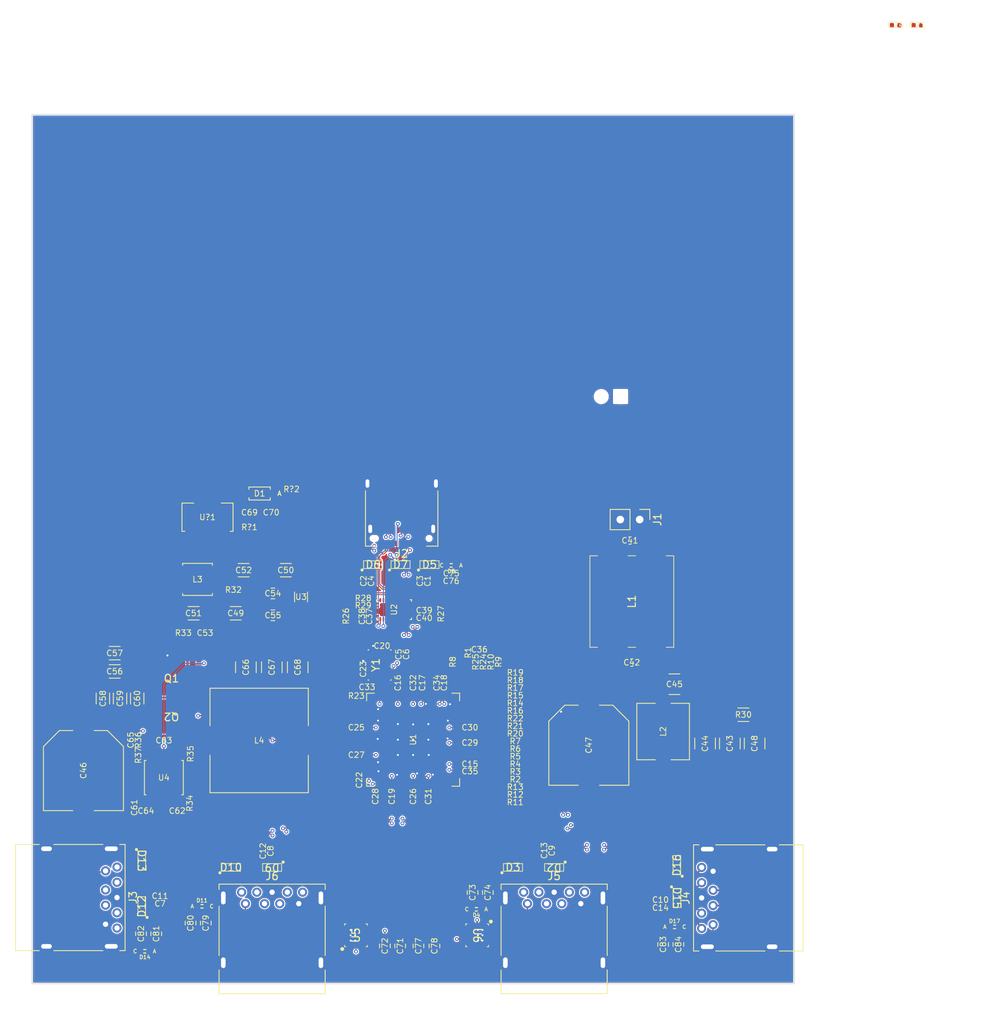
<source format=kicad_pcb>
(kicad_pcb (version 20210606) (generator pcbnew)
  (layers (0 "F.Cu" signal "SIG1.Cu") (1 "In1.Cu" power "GND1.Cu") (2 "In2.Cu" signal "SIG2.Cu") (3 "In3.Cu" power "PWR.Cu") (4 "In4.Cu" power "GND2.Cu") (31 "B.Cu" signal "SIG3.Cu") (34 "B.Paste" user) (35 "F.Paste" user) (36 "B.SilkS" user "B.Silkscreen") (37 "F.SilkS" user "F.Silkscreen") (38 "B.Mask" user) (39 "F.Mask" user) (44 "Edge.Cuts" user))
  (net 0 "")
  (net 1 "/TX1_P")
  (net 2 "/TX2_P")
  (net 3 "/TX1_N")
  (net 4 "/TX2_N")
  (net 5 "/USB_HUB/USB3UP_TXDN")
  (net 6 "/USB_HUB/USB3UP_TXDP")
  (net 7 "/USB_HUB/USB3DN_1_TXDN")
  (net 8 "/USB3DN_1_TXDN")
  (net 9 "/USB_HUB/USB3DN_2_TXDN")
  (net 10 "/USB3DN_2_TXDN")
  (net 11 "/USB_HUB/USB3DN_3_TXDN")
  (net 12 "/USB3DN_3_TXDN")
  (net 13 "/USB_HUB/USB3DN_4_TXDN")
  (net 14 "/USB3DN_4_TXDN")
  (net 15 "/USB_HUB/USB3DN_1_TXDP")
  (net 16 "/USB3DN_1_TXDP")
  (net 17 "/USB_HUB/USB3DN_2_TXDP")
  (net 18 "/USB3DN_2_TXDP")
  (net 19 "/USB_HUB/USB3DN_3_TXDP")
  (net 20 "/USB3DN_3_TXDP")
  (net 21 "/USB_HUB/USB3DN_4_TXDP")
  (net 22 "/USB3DN_4_TXDP")
  (net 23 "/1.15V")
  (net 24 "GND")
  (net 25 "Net-(C20-Pad1)")
  (net 30 "+3V3")
  (net 31 "Net-(C36-Pad1)")
  (net 32 "+5V")
  (net 33 "/INPUT FILTER/VIN")
  (net 34 "/INPUT FILTER/GND_IN")
  (net 35 "Net-(C42-Pad1)")
  (net 36 "+12V")
  (net 37 "Net-(C48-Pad2)")
  (net 38 "Net-(C53-Pad1)")
  (net 39 "Net-(C53-Pad2)")
  (net 40 "/5V Buck/ENABLE")
  (net 41 "Net-(C62-Pad1)")
  (net 42 "Net-(C63-Pad1)")
  (net 43 "Net-(C63-Pad2)")
  (net 44 "Net-(C64-Pad1)")
  (net 45 "Net-(C65-Pad2)")
  (net 46 "/VBUS_1")
  (net 47 "/5V_UFP")
  (net 48 "/VBUS_2")
  (net 49 "/VBUS_3")
  (net 50 "/VBUS_4")
  (net 51 "/USB3DN_1_RXDP")
  (net 52 "/USB3DN_1_RXDN")
  (net 53 "/USB2DN_1_DP")
  (net 54 "/USB2DN_1_DN")
  (net 55 "/USB3DN_2_RXDP")
  (net 56 "/USB3DN_2_RXDN")
  (net 57 "/USB2DN_2_DP")
  (net 58 "/USB2DN_2_DN")
  (net 59 "/USB3DN_3_RXDP")
  (net 60 "/USB3DN_3_RXDN")
  (net 61 "/USB2DN_3_DP")
  (net 62 "/USB2DN_3_DN")
  (net 63 "/USB3DN_4_RXDP")
  (net 64 "/USB3DN_4_RXDN")
  (net 65 "/USB2DN_4_DP")
  (net 66 "/USB2DN_4_DN")
  (net 69 "Net-(Q1-Pad4)")
  (net 70 "Net-(Q2-Pad4)")
  (net 71 "Net-(R2-Pad2)")
  (net 72 "Net-(R3-Pad2)")
  (net 73 "Net-(R4-Pad2)")
  (net 74 "Net-(R5-Pad2)")
  (net 75 "Net-(R6-Pad2)")
  (net 76 "Net-(R7-Pad2)")
  (net 77 "Net-(R8-Pad2)")
  (net 78 "Net-(R9-Pad2)")
  (net 79 "Net-(R10-Pad2)")
  (net 80 "Net-(R11-Pad1)")
  (net 81 "Net-(R12-Pad1)")
  (net 82 "Net-(R13-Pad1)")
  (net 83 "Net-(R14-Pad1)")
  (net 84 "Net-(R15-Pad2)")
  (net 85 "Net-(R16-Pad2)")
  (net 86 "Net-(R17-Pad2)")
  (net 87 "Net-(R18-Pad2)")
  (net 88 "Net-(R19-Pad2)")
  (net 89 "Net-(R20-Pad1)")
  (net 90 "Net-(R21-Pad1)")
  (net 91 "Net-(R22-Pad1)")
  (net 92 "Net-(R23-Pad1)")
  (net 93 "Net-(R24-Pad1)")
  (net 94 "Net-(R25-Pad1)")
  (net 95 "Net-(R26-Pad2)")
  (net 96 "Net-(R27-Pad2)")
  (net 97 "/UFP_MUX/OUT1")
  (net 98 "/UFP_MUX/OUT2")
  (net 99 "Net-(R32-Pad2)")
  (net 100 "Net-(R34-Pad2)")
  (net 101 "Net-(R35-Pad1)")
  (net 102 "Net-(R?1-Pad1)")
  (net 112 "/PRT_CTL4")
  (net 113 "/PRT_CTL3")
  (net 114 "/PRT_CTL2")
  (net 115 "/PRT_CTL1")
  (net 122 "Net-(U1-Pad98)")
  (net 128 "/RX1_P")
  (net 129 "/RX1_N")
  (net 130 "/USB2_DOWN_P")
  (net 131 "/USB2_DOWN_N")
  (net 132 "/TXN")
  (net 133 "/TXP")
  (net 134 "/RX2_P")
  (net 135 "/RX2_N")
  (net 136 "/RXN")
  (net 137 "/RXP")
  (net 138 "/USB_C Filter/_TX1+")
  (net 139 "/USB_C Filter/_TX2+")
  (net 140 "/USB_C Filter/_TX1-")
  (net 141 "/USB_C Filter/_TX2-")
  (net 142 "/UFP_MUX/CC1")
  (net 143 "/UFP_MUX/CC2")
  (footprint "mte_usb_footprints:RESISTOR_0402N" (layer "F.Cu") (at 26.425 62.35)
    (fp_text reference "R32")
    (fp_text value "RC0402JR-0710KL")
  )
  (footprint "mte_usb_footprints:CAPACITOR_0805N" (layer "F.Cu") (at 50.7 109.05 -90)
    (fp_text reference "C77")
    (fp_text value "GRM21BR61H106ME43")
  )
  (footprint "mte_usb_footprints:CAPACITOR_1206N" (layer "F.Cu") (at 9.3 76.6 -90)
    (fp_text reference "C58")
    (fp_text value "GRM31CR71E106KA12L")
  )
  (footprint "mte_usb_footprints:CAPACITOR_0402N" (layer "F.Cu") (at 44.25 65.845 90)
    (fp_text reference "C37")
    (fp_text value "CC0402KRX5R7BB105")
  )
  (footprint "mte_usb_footprints:CAPACITOR_0402N" (layer "F.Cu") (at 30.3 96.6 -90)
    (fp_text reference "C12")
    (fp_text value "CC0402KRX5R7BB104")
  )
  (footprint "mte_usb_footprints:RESISTOR_0402N" (layer "F.Cu") (at 63.4 76.2 180)
    (fp_text reference "R15")
    (fp_text value "RC0402JR-0710RL")
  )
  (footprint "mte_usb_footprints:RESISTOR_0402N" (layer "F.Cu") (at 19.855 68)
    (fp_text reference "R33")
    (fp_text value "RC0402JR-0710KL")
  )
  (footprint "mte_usb_footprints:CAPACITOR_0603N" (layer "F.Cu") (at 78.445 55.88 180)
    (fp_text reference "C41")
    (fp_text value "CC0603KRX5R9BB105")
  )
  (footprint "mte_usb_footprints:CAPACITOR_1206N" (layer "F.Cu") (at 26.725 65.42)
    (fp_text reference "C49")
    (fp_text value "GRM31CR71E106KA12L")
  )
  (footprint "mte_usb_footprints:CAPACITOR_0402N" (layer "F.Cu") (at 82.45 103)
    (fp_text reference "C10")
    (fp_text value "CC0402KRX5R7BB104")
  )
  (footprint "mte_usb_footprints:CAPACITOR_1210N" (layer "F.Cu") (at 34.86 72.5 90)
    (fp_text reference "C68")
    (fp_text value "GRM32ER60J227ME05L")
  )
  (footprint "mte_usb_footprints:CAPACITOR_0402N" (layer "F.Cu") (at 57.45 86.15)
    (fp_text reference "C35")
    (fp_text value "CC0402KRX5R7BB105")
  )
  (footprint "mte_usb_footprints:SODFL360X160X130L45X62N" (layer "F.Cu") (at 29.86 49.715)
    (fp_text reference "D1")
    (fp_text value "BAS16GWJ")
  )
  (footprint "mte_usb_footprints:RESISTOR_0402N" (layer "F.Cu") (at 58.2 71.8 90)
    (fp_text reference "R25")
    (fp_text value "RC0402JR-0710KL")
  )
  (footprint "mte_usb_footprints:INDM730X660X240L150X140N" (layer "F.Cu") (at 82.8 80.93 90)
    (fp_text reference "L2")
    (fp_text value "FCUL0624-H-R22M=P3")
  )
  (footprint "mte_usb_footprints:RESISTOR_0402N" (layer "F.Cu") (at 63.4 75.2 180)
    (fp_text reference "R17")
    (fp_text value "RC0402JR-0747KL")
  )
  (footprint "mte_usb_footprints:CAPACITOR_0805N" (layer "F.Cu") (at 16.3 107.45 90)
    (fp_text reference "C81")
    (fp_text value "GRM21BR61H106ME43")
  )
  (footprint "mte_usb_footprints:RESISTOR_0402N" (layer "F.Cu") (at 59.2 71.8 90)
    (fp_text reference "R24")
    (fp_text value "RC0402JR-0710KL")
  )
  (footprint "mte_usb_footprints:CAPACITOR_1206N" (layer "F.Cu") (at 21.195 65.42)
    (fp_text reference "C51")
    (fp_text value "GRM31CR71E106KA12L")
  )
  (footprint "mte_usb_footprints:ESD8004MUTAG" (layer "F.Cu") (at 68.5 98.75 180)
    (fp_text reference "D2")
    (fp_text value "ESD8004MUTAG")
  )
  (footprint "mte_usb_footprints:ACM1211-701-2PL-TL01" (layer "F.Cu") (at 78.695 63.88 -90)
    (fp_text reference "L1")
    (fp_text value "ACM1211-701-2PL-TL01")
  )
  (footprint "mte_usb_footprints:RESISTOR_0402N" (layer "F.Cu") (at 57.2 70.6 -90)
    (fp_text reference "R1")
    (fp_text value "RC0402JR-0710KL")
  )
  (footprint "mte_usb_footprints:RESISTOR_0402N" (layer "F.Cu") (at 61.2 71.8 -90)
    (fp_text reference "R9")
    (fp_text value "RC0402JR-0747KL")
  )
  (footprint "mte_usb_footprints:RESISTOR_0402N" (layer "F.Cu") (at 43.45 64.395)
    (fp_text reference "R29")
    (fp_text value "RC0402JR-074K7L")
  )
  (footprint "mte_usb_footprints:UCS2114" (layer "F.Cu") (at 42.5 107.65 90)
    (fp_text reference "U5")
    (fp_text value "UCS2114")
  )
  (footprint "mte_usb_footprints:CAPACITOR_0805N" (layer "F.Cu") (at 48.3 109.05 -90)
    (fp_text reference "C71")
    (fp_text value "GRM21BR61H106ME43")
  )
  (footprint "mte_usb_footprints:SODFL1006X43N" (layer "F.Cu") (at 84.3 106.55 180)
    (fp_text reference "D17")
    (fp_text value "ESD9X3.3ST5G")
  )
  (footprint "mte_usb_footprints:CAPACITOR_0402N" (layer "F.Cu") (at 22.705 68)
    (fp_text reference "C53")
    (fp_text value "CC0402KRX5R7BB104")
  )
  (footprint "mte_usb_footprints:CAPACITOR_0402N" (layer "F.Cu") (at 42.55 80.4 180)
    (fp_text reference "C25")
    (fp_text value "CC0402KRX5R7BB105")
  )
  (footprint "mte_usb_footprints:CAPACITOR_0402N" (layer "F.Cu") (at 54.985 61.195)
    (fp_text reference "C76")
    (fp_text value "TMK105CBJ225MV-F")
  )
  (footprint "mte_usb_footprints:CAPACITOR_0402N" (layer "F.Cu") (at 43.45 72.75 90)
    (fp_text reference "C23")
    (fp_text value "CC0402JRNPO9BN330")
  )
  (footprint "mte_usb_footprints:RESISTOR_0402N" (layer "F.Cu") (at 63.4 86.2 180)
    (fp_text reference "R3")
    (fp_text value "RC0402JR-0747KL")
  )
  (footprint "mte_usb_footprints:CAPACITOR_0402N" (layer "F.Cu") (at 116.15 -11.7)
    (fp_text reference "C21")
    (fp_text value "CC0402JRNPO9BN270")
  )
  (footprint "mte_usb_footprints:CAPACITOR_0402N" (layer "F.Cu") (at 45.05 89.45 -90)
    (fp_text reference "C28")
    (fp_text value "CC0402KRX5R7BB105")
  )
  (footprint "mte_usb_footprints:ESD8004MUTAG" (layer "F.Cu") (at 63.1 98.75)
    (fp_text reference "D3")
    (fp_text value "ESD8004MUTAG")
  )
  (footprint "mte_usb_footprints:CAPACITOR_0402N" (layer "F.Cu") (at 13.43 90.9 90)
    (fp_text reference "C61")
    (fp_text value "CC0402KRX5R7BB104")
  )
  (footprint "mte_usb_footprints:ESD8004MUTAG" (layer "F.Cu") (at 48.35 59.045)
    (fp_text reference "D7")
    (fp_text value "ESD8004MUTAG")
  )
  (footprint "mte_usb_footprints:CAPACITOR_0402N" (layer "F.Cu") (at 43.95 75.1 180)
    (fp_text reference "C33")
    (fp_text value "CC0402KRX5R7BB105")
  )
  (footprint "mte_usb_footprints:CAPACITOR_0603N" (layer "F.Cu") (at 78.685 71.88 180)
    (fp_text reference "C42")
    (fp_text value "CC0603KRX5R9BB105")
  )
  (footprint "mte_usb_footprints:RESISTOR_0402N" (layer "F.Cu") (at 53.65 65.495 -90)
    (fp_text reference "R27")
    (fp_text value "RC0402JR-07200KL")
  )
  (footprint "Connector_USB:USB3_A_Molex_48393-001" (layer "F.Cu") (at 89.35 106.25 90)
    (fp_text reference "J4")
    (fp_text value "USB3_A")
  )
  (footprint "mte_usb_footprints:CAPACITOR_0805N" (layer "F.Cu") (at 57.8 102.04 90)
    (fp_text reference "C73")
    (fp_text value "GRM21BR61H106ME43")
  )
  (footprint "mte_usb_footprints:CAPACITOR_0402N" (layer "F.Cu") (at 42.925 87.3 -90)
    (fp_text reference "C22")
    (fp_text value "CC0402KRX5R7BB105")
  )
  (footprint "mte_usb_footprints:CAPACITOR_0402N" (layer "F.Cu") (at 58.685 70.175)
    (fp_text reference "C36")
    (fp_text value "CC0402KRX5R7BB105")
  )
  (footprint "mte_usb_footprints:ESD8004MUTAG" (layer "F.Cu") (at 26.1 98.75)
    (fp_text reference "D10")
    (fp_text value "ESD8004MUTAG")
  )
  (footprint "mte_usb_footprints:CSD16342Q5A" (layer "F.Cu") (at 18.3 73.975)
    (fp_text reference "Q1")
    (fp_text value "CSD16342Q5A")
  )
  (footprint "mte_usb_footprints:SOP15P65_500X640X110L60X24T310X300N" (layer "F.Cu") (at 17.3 86.975)
    (fp_text reference "U4")
    (fp_text value "LM3150MH")
  )
  (footprint "mte_usb_footprints:RESISTOR_0402N" (layer "F.Cu") (at 28.525 54.135)
    (fp_text reference "R?1")
    (fp_text value "RC0402FR-07390RL")
  )
  (footprint "mte_usb_footprints:RESISTOR_1206N" (layer "F.Cu") (at 93.33 78.725 180)
    (fp_text reference "R30")
    (fp_text value "RL1206JR-070R51L")
  )
  (footprint "mte_usb_footprints:CAPACITOR_0402N" (layer "F.Cu") (at 17.3 82.1)
    (fp_text reference "C63")
    (fp_text value "TMK105ABJ474KV-F")
  )
  (footprint "mte_usb_footprints:SODFL1006X43N" (layer "F.Cu") (at 58.3 104.24)
    (fp_text reference "D4")
    (fp_text value "ESD9X3.3ST5G")
  )
  (footprint "mte_usb_footprints:CAPACITOR_0402N" (layer "F.Cu") (at 51.9 61.195 -90)
    (fp_text reference "C1")
    (fp_text value "CC0402KRX5R7BB104")
  )
  (footprint "mte_usb_footprints:RESISTOR_0402N" (layer "F.Cu") (at 63.4 83.2 180)
    (fp_text reference "R6")
    (fp_text value "RC0402JR-0747KL")
  )
  (footprint "mte_usb_footprints:RESISTOR_0402N" (layer "F.Cu") (at 63.4 87.2 180)
    (fp_text reference "R2")
    (fp_text value "RC0402JR-0747KL")
  )
  (footprint "mte_usb_footprints:RESISTOR_0402N" (layer "F.Cu") (at 63.4 85.2 180)
    (fp_text reference "R4")
    (fp_text value "RC0402JR-0747KL")
  )
  (footprint "mte_usb_footprints:SODFL1006X43N" (layer "F.Cu") (at 14.8 109.75)
    (fp_text reference "D14")
    (fp_text value "ESD9X3.3ST5G")
  )
  (footprint "mte_usb_footprints:CAPACITOR_0805N" (layer "F.Cu") (at 59.8 102.04 90)
    (fp_text reference "C74")
    (fp_text value "GRM21BR61H106ME43")
  )
  (footprint "mte_usb_footprints:CAPACITOR_1210N" (layer "F.Cu") (at 91.55 82.5 90)
    (fp_text reference "C43")
    (fp_text value "GCJ32EC71E226KE02")
  )
  (footprint "mte_usb_footprints:CAPACITOR_0805N" (layer "F.Cu") (at 52.8 109.05 -90)
    (fp_text reference "C78")
    (fp_text value "GRM21BR61H106ME43")
  )
  (footprint "mte_usb_footprints:CAPACITOR_0805N" (layer "F.Cu") (at 31.605 65.69)
    (fp_text reference "C55")
    (fp_text value "CL21A226MOCLRNC")
  )
  (footprint "mte_usb_footprints:CAPACITOR_1206N" (layer "F.Cu") (at 11.55 76.6 -90)
    (fp_text reference "C59")
    (fp_text value "GRM31CR71E106KA12L")
  )
  (footprint "mte_usb_footprints:RESISTOR_0402N" (layer "F.Cu") (at 63.4 80.2)
    (fp_text reference "R21")
    (fp_text value "RC0402JR-0710KL")
  )
  (footprint "Connector_USB:USB3_A_Molex_48393-001" (layer "F.Cu") (at 65 103.5)
    (fp_text reference "J5")
    (fp_text value "USB3_A")
  )
  (footprint "mte_usb_footprints:RESISTOR_0402N" (layer "F.Cu") (at 63.4 74.2 180)
    (fp_text reference "R18")
    (fp_text value "RC0402JR-0747KL")
  )
  (footprint "mte_usb_footprints:CAPACITOR_0402N" (layer "F.Cu") (at 14.945 91.335 180)
    (fp_text reference "C64")
    (fp_text value "TMK105CBJ225MV-F")
  )
  (footprint "mte_usb_footprints:CAPACITOR_0402N" (layer "F.Cu") (at 44.5 61.195 -90)
    (fp_text reference "C4")
    (fp_text value "CC0402KRX5R7BB104")
  )
  (footprint "mte_usb_footprints:CAPACITOR_0805N" (layer "F.Cu") (at 46.3 109.05 -90)
    (fp_text reference "C72")
    (fp_text value "GRM21BR61H106ME43")
  )
  (footprint "mte_usb_footprints:CAPACITOR_1206N" (layer "F.Cu") (at 33.295 59.77)
    (fp_text reference "C50")
    (fp_text value "GRM31CR71E106KA12L")
  )
  (footprint "mte_usb_footprints:SOL6P50_160X160X60L21N" (layer "F.Cu") (at 35.295 63.275)
    (fp_text reference "U3")
    (fp_text value "TPS563207SDRLR")
  )
  (footprint "mte_usb_footprints:RESISTOR_0402N" (layer "F.Cu") (at 42.55 76.25 180)
    (fp_text reference "R23")
    (fp_text value "RT0402DRE0712KL")
  )
  (footprint "mte_usb_footprints:CAPACITOR_0402N" (layer "F.Cu") (at 12.95 82.05 -90)
    (fp_text reference "C65")
    (fp_text value "C0402C121J3GAC7867")
  )
  (footprint "Connector_USB:USB3_A_Molex_48393-001" (layer "F.Cu") (at 28 103.5)
    (fp_text reference "J6")
    (fp_text value "USB3_A")
  )
  (footprint "mte_usb_footprints:CAPACITOR_0402N" (layer "F.Cu") (at 51.2 74.55 90)
    (fp_text reference "C17")
    (fp_text value "CC0402KRX5R7BB105")
  )
  (footprint "mte_usb_footprints:CAPACITOR_0402N" (layer "F.Cu") (at 28.525 52.205)
    (fp_text reference "C69")
    (fp_text value "CC0402KRX5R7BB105")
  )
  (footprint "mte_usb_footprints:UCS2114" (layer "F.Cu") (at 58.4 107.65 -90)
    (fp_text reference "U6")
    (fp_text value "UCS2114")
  )
  (footprint "mte_usb_footprints:RESISTOR_0402N" (layer "F.Cu") (at 20.695 90.335 90)
    (fp_text reference "R34")
    (fp_text value "RC0402FR-0780K6L")
  )
  (footprint "mte_usb_footprints:CAPACITOR_0805N" (layer "F.Cu") (at 22.8 106.05 -90)
    (fp_text reference "C79")
    (fp_text value "GRM21BR61H106ME43")
  )
  (footprint "mte_usb_footprints:CAPACITOR_1210N" (layer "F.Cu") (at 88.3 82.5 90)
    (fp_text reference "C44")
    (fp_text value "GCJ32EC71E226KE02")
  )
  (footprint "mte_usb_footprints:CAPACITOR_0402N" (layer "F.Cu") (at 50 89.45 -90)
    (fp_text reference "C26")
    (fp_text value "CC0402KRX5R7BB105")
  )
  (footprint "mte_usb_footprints:CAPACITOR_0402N" (layer "F.Cu") (at 42.55 84 180)
    (fp_text reference "C27")
    (fp_text value "CC0402KRX5R7BB105")
  )
  (footprint "mte_usb_footprints:RESISTOR_0402N" (layer "F.Cu") (at 13.95 82.05 -90)
    (fp_text reference "R36")
    (fp_text value "RC0402FR-0773K2L")
  )
  (footprint "Connector_PinHeader_2.54mm:PinHeader_1x02_P2.54mm_Vertical" (layer "F.Cu") (at 79.72 53.13 -90)
    (fp_text reference "J1")
    (fp_text value "Conn_01x02_Male")
  )
  (footprint "mte_usb_footprints:ESD8004MUTAG" (layer "F.Cu") (at 52.15 59.045)
    (fp_text reference "D5")
    (fp_text value "ESD8004MUTAG")
  )
  (footprint "mte_usb_footprints:CAPACITOR_0402N" (layer "F.Cu") (at 50 74.55 90)
    (fp_text reference "C32")
    (fp_text value "CC0402KRX5R7BB105")
  )
  (footprint "mte_usb_footprints:RH100-12.000-10-2020-EXT-TR" (layer "F.Cu") (at 45.6 72.2 -90)
    (fp_text reference "Y1")
    (fp_text value "RH100-25.000-20-F-1030-TR")
  )
  (footprint "mte_usb_footprints:CAPACITOR_0402N" (layer "F.Cu") (at 113.3 -11.7)
    (fp_text reference "C24")
    (fp_text value "CC0402JRNPO9BN270")
  )
  (footprint "mte_usb_footprints:CAPACITOR_0402N" (layer "F.Cu") (at 16.8 103.5 180)
    (fp_text reference "C7")
    (fp_text value "CC0402KRX5R7BB104")
  )
  (footprint "mte_usb_footprints:CAPACITOR_1206N" (layer "F.Cu") (at 10.845 73.05)
    (fp_text reference "C56")
    (fp_text value "GRM31CR71E106KA12L")
  )
  (footprint "mte_usb_footprints:CAPAE1030X1080L350X120N" (layer "F.Cu") (at 6.75 86.05 -90)
    (fp_text reference "C46")
    (fp_text value "EEE-HAE471UAP")
  )
  (footprint "mte_usb_footprints:CAPACITOR_1206N" (layer "F.Cu") (at 27.765 59.77)
    (fp_text reference "C52")
    (fp_text value "GRM31CR71E106KA12L")
  )
  (footprint "mte_usb_footprints:CAPACITOR_0402N" (layer "F.Cu") (at 57.45 82.4)
    (fp_text reference "C29")
    (fp_text value "CC0402KRX5R7BB105")
  )
  (footprint "mte_usb_footprints:RESISTOR_0402N" (layer "F.Cu") (at 63.4 73.2 180)
    (fp_text reference "R19")
    (fp_text value "RC0402JR-0747KL")
  )
  (footprint "mte_usb_footprints:RESISTOR_0402N" (layer "F.Cu") (at 55.2 71.8 -90)
    (fp_text reference "R8")
    (fp_text value "RC0402JR-0747KL")
  )
  (footprint "mte_usb_footprints:CAPACITOR_0805N" (layer "F.Cu") (at 84.8 108.85 -90)
    (fp_text reference "C84")
    (fp_text value "GRM21BR61H106ME43")
  )
  (footprint "mte_usb_footprints:CAPACITOR_0805N" (layer "F.Cu") (at 20.8 106.05 -90)
    (fp_text reference "C80")
    (fp_text value "GRM21BR61H106ME43")
  )
  (footprint "mte_usb_footprints:RESISTOR_0402N" (layer "F.Cu") (at 63.4 82.2 180)
    (fp_text reference "R7")
    (fp_text value "RC0402JR-0747KL")
  )
  (footprint "mte_usb_footprints:CAPACITOR_0402N" (layer "F.Cu") (at 16.8 102.5 180)
    (fp_text reference "C11")
    (fp_text value "CC0402KRX5R7BB104")
  )
  (footprint "mte_usb_footprints:RESISTOR_0402N" (layer "F.Cu") (at 60.2 71.8 -90)
    (fp_text reference "R10")
    (fp_text value "RC0402JR-0747KL")
  )
  (footprint "mte_usb_footprints:CAPACITOR_0402N" (layer "F.Cu") (at 57.45 80.4)
    (fp_text reference "C30")
    (fp_text value "CC0402KRX5R7BB105")
  )
  (footprint "mte_usb_footprints:CAPACITOR_0402N" (layer "F.Cu") (at 50.9 61.195 -90)
    (fp_text reference "C3")
    (fp_text value "CC0402KRX5R7BB104")
  )
  (footprint "mte_usb_footprints:CAPACITOR_0402N" (layer "F.Cu") (at 54.05 74.55 90)
    (fp_text reference "C18")
    (fp_text value "CC0402KRX5R7BB105")
  )
  (footprint "mte_usb_footprints:ESD8004MUTAG" (layer "F.Cu") (at 31.5 98.75 180)
    (fp_text reference "D9")
    (fp_text value "ESD8004MUTAG")
  )
  (footprint "mte_usb_footprints:RESISTOR_0402N" (layer "F.Cu") (at 63.4 78.2 180)
    (fp_text reference "R16")
    (fp_text value "RC0402JR-0747KL")
  )
  (footprint "mte_usb_footprints:CAPACITOR_0402N" (layer "F.Cu") (at 82.45 104.05)
    (fp_text reference "C14")
    (fp_text value "CC0402KRX5R7BB104")
  )
  (footprint "mte_usb_footprints:CAPACITOR_1210N" (layer "F.Cu") (at 84.275 74.725)
    (fp_text reference "C45")
    (fp_text value "GCJ32EC71E226KE02")
  )
  (footprint "mte_usb_footprints:RESISTOR_0402N" (layer "F.Cu") (at 63.4 77.2)
    (fp_text reference "R14")
    (fp_text value "RC0402JR-07200KL")
  )
  (footprint "mte_usb_footprints:CAPACITOR_1206N" (layer "F.Cu") (at 10.845 70.65)
    (fp_text reference "C57")
    (fp_text value "GRM31CR71E106KA12L")
  )
  (footprint "mte_usb_footprints:CAPACITOR_0402N" (layer "F.Cu") (at 31.375 52.205)
    (fp_text reference "C70")
    (fp_text value "CC0402KRX5R7BB105")
  )
  (footprint "mte_usb_footprints:RESISTOR_0402N" (layer "F.Cu") (at 41.2 65.795 -90)
    (fp_text reference "R26")
    (fp_text value "RC0402FR-07887KL")
  )
  (footprint "mte_usb_footprints:CAPACITOR_0402N" (layer "F.Cu") (at 45.915 69.7 180)
    (fp_text reference "C20")
    (fp_text value "CC0402JRNPO9BN330")
  )
  (footprint "mte_usb_footprints:RESISTOR_0402N" (layer "F.Cu") (at 63.4 79.2)
    (fp_text reference "R22")
    (fp_text value "RC0402JR-0710KL")
  )
  (footprint "Connector_USB:USB3_A_Molex_48393-001" (layer "F.Cu") (at 9.65 99.2 -90)
    (fp_text reference "J3")
    (fp_text value "USB3_A")
  )
  (footprint "mte_usb_footprints:CAPACITOR_0402N" (layer "F.Cu") (at 48.1 70.8 -90)
    (fp_text reference "C5")
    (fp_text value "CC0402KRX5R7BB104")
  )
  (footprint "mte_usb_footprints:CSD16342Q5A" (layer "F.Cu") (at 18.3 78.975 180)
    (fp_text reference "Q2")
    (fp_text value "CSD17577Q5AT")
  )
  (footprint "mte_usb_footprints:RESISTOR_0402N" (layer "F.Cu") (at 20.8 83.85 90)
    (fp_text reference "R35")
    (fp_text value "RC0402FR-071K58L")
  )
  (footprint "mte_usb_footprints:SODFL1006X43N" (layer "F.Cu") (at 55 59.145)
    (fp_text reference "D8")
    (fp_text value "ESD9X3.3ST5G")
  )
  (footprint "mte_usb_footprints:RESISTOR_0402N" (layer "F.Cu") (at 34.045 49.155)
    (fp_text reference "R?2")
    (fp_text value "RC0402JR-07240RL")
  )
  (footprint "mte_usb_footprints:ESD8004MUTAG" (layer "F.Cu") (at 84.6 102.75 -90)
    (fp_text reference "D15")
    (fp_text value "ESD8004MUTAG")
  )
  (footprint "mte_usb_footprints:RESISTOR_0402N" (layer "F.Cu") (at 63.4 81.2)
    (fp_text reference "R20")
    (fp_text value "RC0402JR-0710KL")
  )
  (footprint "mte_usb_footprints:CAPACITOR_0402N" (layer "F.Cu") (at 53.1 74.55 90)
    (fp_text reference "C34")
    (fp_text value "CC0402KRX5R7BB105")
  )
  (footprint "mte_usb_footprints:QFN101P40_1200X1200X90L60X20T800N" (layer "F.Cu") (at 50 82 -90)
    (fp_text reference "U1")
    (fp_text value "USB7206")
  )
  (footprint "mte_usb_footprints:RESISTOR_0402N" (layer "F.Cu") (at 43.45 63.445)
    (fp_text reference "R28")
    (fp_text value "RC0402JR-074K7L")
  )
  (footprint "mte_usb_footprints:ESD8004MUTAG" (layer "F.Cu") (at 14.4 103.85 90)
    (fp_text reference "D12")
    (fp_text value "ESD8004MUTAG")
  )
  (footprint "mte_usb_footprints:CAPACITOR_0402N" (layer "F.Cu") (at 48 74.55 90)
    (fp_text reference "C16")
    (fp_text value "CC0402KRX5R7BB105")
  )
  (footprint "mte_usb_footprints:SODFL1006X43N" (layer "F.Cu") (at 22.3 103.85 180)
    (fp_text reference "D11")
    (fp_text value "ESD9X3.3ST5G")
  )
  (footprint "mte_usb_footprints:CAPACITOR_0402N" (layer "F.Cu") (at 67.2 96.55 -90)
    (fp_text reference "C13")
    (fp_text value "CC0402KRX5R7BB104")
  )
  (footprint "mte_usb_footprints:CAPACITOR_0402N" (layer "F.Cu") (at 55 60.195)
    (fp_text reference "C75")
    (fp_text value "TMK105CBJ225MV-F")
  )
  (footprint "mte_usb_footprints:CAPACITOR_1210N" (layer "F.Cu") (at 94.8 82.5 90)
    (fp_text reference "C48")
    (fp_text value "GCJ32EC71E226KE02")
  )
  (footprint "mte_usb_footprints:CAPACITOR_0402N" (layer "F.Cu") (at 19.05 91.335)
    (fp_text reference "C62")
    (fp_text value "TMK105BJ153KV-F")
  )
  (footprint "mte_usb_footprints:CAPACITOR_0805N" (layer "F.Cu") (at 82.8 108.85 -90)
    (fp_text reference "C83")
    (fp_text value "GRM21BR61H106ME43")
  )
  (footprint "mte_usb_footprints:CAPACITOR_0402N" (layer "F.Cu") (at 47.2 89.45 -90)
    (fp_text reference "C19")
    (fp_text value "CC0402KRX5R7BB105")
  )
  (footprint "mte_usb_footprints:CAPACITOR_1210N" (layer "F.Cu") (at 28.06 72.5 90)
    (fp_text reference "C66")
    (fp_text value "GRM32ER60J227ME05L")
  )
  (footprint "mte_usb_footprints:CAPACITOR_0402N" (layer "F.Cu") (at 31.3 96.6 -90)
    (fp_text reference "C8")
    (fp_text value "CC0402KRX5R7BB104")
  )
  (footprint "mte_usb_footprints:CAPACITOR_0402N" (layer "F.Cu") (at 51.45 65.045 180)
    (fp_text reference "C39")
    (fp_text value "CC0402KRX5R7BB105")
  )
  (footprint "mte_usb_footprints:CAPACITOR_0402N" (layer "F.Cu") (at 68.2 96.55 -90)
    (fp_text reference "C9")
    (fp_text value "CC0402KRX5R7BB104")
  )
  (footprint "mte_usb_footprints:RESISTOR_0402N" (layer "F.Cu") (at 13.95 84.05 -90)
    (fp_text reference "R37")
    (fp_text value "RC0402JR-0710KL")
  )
  (footprint "mte_usb_footprints:CAPACITOR_0402N" (layer "F.Cu") (at 43.5 61.195 -90)
    (fp_text reference "C2")
    (fp_text value "CC0402KRX5R7BB104")
  )
  (footprint "mte_usb_footprints:CAPACITOR_0402N" (layer "F.Cu") (at 43.3 65.845 90)
    (fp_text reference "C38")
    (fp_text value "CC0402KRX5R7BB105")
  )
  (footprint "mte_usb_footprints:RESISTOR_0402N" (layer "F.Cu") (at 63.4 88.2)
    (fp_text reference "R13")
    (fp_text value "RC0402JR-07200KL")
  )
  (footprint "mte_usb_footprints:ESD8004MUTAG" (layer "F.Cu") (at 14.4 97.85 -90)
    (fp_text reference "D13")
    (fp_text value "ESD8004MUTAG")
  )
  (footprint "mte_usb_footprints:CAPACITOR_0402N" (layer "F.Cu") (at 51.45 66.045 180)
    (fp_text reference "C40")
    (fp_text value "CC0402KRX5R7BB105")
  )
  (footprint "mte_usb_footprints:CAPACITOR_0805N" (layer "F.Cu") (at 14.3 107.45 90)
    (fp_text reference "C82")
    (fp_text value "GRM21BR61H106ME43")
  )
  (footprint "mte_usb_footprints:ESD8004MUTAG" (layer "F.Cu") (at 44.75 59.045)
    (fp_text reference "D6")
    (fp_text value "ESD8004MUTAG")
  )
  (footprint "Connector_USB:USB_C_Receptacle_Amphenol_12401610E4-2A" (layer "F.Cu") (at 48.5 51.245 180)
    (fp_text reference "J2")
    (fp_text value "USB_C_Receptacle")
  )
  (footprint "mte_usb_footprints:CAPAE1030X1080L350X120N" (layer "F.Cu") (at 73.05 82.725 -90)
    (fp_text reference "C47")
    (fp_text value "EEE-HAE471UAP")
  )
  (footprint "mte_usb_footprints:CAPACITOR_0402N" (layer "F.Cu") (at 52 89.45 -90)
    (fp_text reference "C31")
    (fp_text value "CC0402KRX5R7BB105")
  )
  (footprint "mte_usb_footprints:INDM1350X1350X700L250X300N" (layer "F.Cu") (at 29.8 82.1)
    (fp_text reference "L4")
    (fp_text value "SRP1270-1R5M")
  )
  (footprint "mte_usb_footprints:CAPACITOR_0402N" (layer "F.Cu") (at 57.45 85.2)
    (fp_text reference "C15")
    (fp_text value "CC0402KRX5R7BB105")
  )
  (footprint "mte_usb_footprints:CAPACITOR_0805N" (layer "F.Cu") (at 31.605 62.82)
    (fp_text reference "C54")
    (fp_text value "CL21A226MOCLRNC")
  )
  (footprint "mte_usb_footprints:CAPACITOR_1206N" (layer "F.Cu") (at 13.8 76.6 -90)
    (fp_text reference "C60")
    (fp_text value "GRM31CR71E106KA12L")
  )
  (footprint "mte_usb_footprints:ESD8004MUTAG" (layer "F.Cu") (at 84.6 98.45 90)
    (fp_text reference "D16")
    (fp_text value "ESD8004MUTAG")
  )
  (footprint "mte_usb_footprints:SOT223-4P230_700X180L80X75N" (layer "F.Cu") (at 23.025 52.82)
    (fp_text reference "U?1")
    (fp_text value "LM317DCYR")
  )
  (footprint "mte_usb_footprints:RESISTOR_0402N" (layer "F.Cu") (at 63.4 84.2 180)
    (fp_text reference "R5")
    (fp_text value "RC0402JR-0747KL")
  )
  (footprint "mte_usb_footprints:INDM400X400X200L95X310N" (layer "F.Cu") (at 21.715 60.98)
    (fp_text reference "L3")
    (fp_text value "74405042022")
  )
  (footprint "mte_usb_footprints:RESISTOR_0402N" (layer "F.Cu") (at 63.4 89.2)
    (fp_text reference "R12")
    (fp_text value "RC0402JR-07200KL")
  )
  (footprint "mte_usb_footprints:RESISTOR_0402N" (layer "F.Cu") (at 63.4 90.2)
    (fp_text reference "R11")
    (fp_text value "RC0402JR-0710KL")
  )
  (footprint "mte_usb_footprints:CAPACITOR_0402N" (layer "F.Cu") (at 49.1 70.8 -90)
    (fp_text reference "C6")
    (fp_text value "CC0402KRX5R7BB104")
  )
  (footprint "mte_usb_footprints:CAPACITOR_1210N" (layer "F.Cu") (at 31.46 72.5 90)
    (fp_text reference "C67")
    (fp_text value "GRM32ER60J227ME05L")
  )
  (footprint "mte_usb_footprints:QFN31P40_250X450X80L30X20T120X320N" (layer "F.Cu") (at 47.5 64.945 90)
    (fp_text reference "U2")
    (fp_text value "HD3SS3220")
  )
  (gr_rect (start 0 0) (end 100 114) (layer "Edge.Cuts") (width 0.1) (fill none))
  (segment (start 48.98 63.62) (end 48.9 63.7) (width 0.12) (layer "F.Cu") (net 1))
  (segment (start 48.98 62.715) (end 48.98 63.62) (width 0.12) (layer "F.Cu") (net 1))
  (segment (start 51.9 61.495) (end 51.64048 61.23548) (width 0.12) (layer "F.Cu") (net 1))
  (segment (start 51.9 61.68) (end 51.9 61.495) (width 0.12) (layer "F.Cu") (net 1))
  (segment (start 50.45952 61.23548) (end 48.98 62.715) (width 0.12) (layer "F.Cu") (net 1))
  (segment (start 51.64048 61.23548) (end 50.45952 61.23548) (width 0.12) (layer "F.Cu") (net 1))
  (segment (start 47.200294 62.965) (end 44.550294 62.965) (width 0.12) (layer "F.Cu") (net 2))
  (segment (start 47.38 63.144706) (end 47.200294 62.965) (width 0.12) (layer "F.Cu") (net 2))
  (segment (start 47.38 63.62) (end 47.38 63.144706) (width 0.12) (layer "F.Cu") (net 2))
  (segment (start 43.88 62.06) (end 43.5 61.68) (width 0.12) (layer "F.Cu") (net 2))
  (segment (start 44.550294 62.965) (end 43.88 62.294706) (width 0.12) (layer "F.Cu") (net 2))
  (segment (start 47.3 63.7) (end 47.38 63.62) (width 0.12) (layer "F.Cu") (net 2))
  (segment (start 43.88 62.294706) (end 43.88 62.06) (width 0.12) (layer "F.Cu") (net 2))
  (segment (start 50.465 61.68) (end 49.22 62.925) (width 0.12) (layer "F.Cu") (net 3))
  (segment (start 49.22 63.62) (end 49.3 63.7) (width 0.12) (layer "F.Cu") (net 3))
  (segment (start 50.9 61.68) (end 50.465 61.68) (width 0.12) (layer "F.Cu") (net 3))
  (segment (start 49.22 62.925) (end 49.22 63.62) (width 0.12) (layer "F.Cu") (net 3))
  (segment (start 47.299706 62.725) (end 44.649706 62.725) (width 0.12) (layer "F.Cu") (net 4))
  (segment (start 44.649706 62.725) (end 44.12 62.195294) (width 0.12) (layer "F.Cu") (net 4))
  (segment (start 47.62 63.62) (end 47.62 63.045294) (width 0.12) (layer "F.Cu") (net 4))
  (segment (start 47.7 63.7) (end 47.62 63.62) (width 0.12) (layer "F.Cu") (net 4))
  (segment (start 44.12 62.06) (end 44.5 61.68) (width 0.12) (layer "F.Cu") (net 4))
  (segment (start 44.12 62.195294) (end 44.12 62.06) (width 0.12) (layer "F.Cu") (net 4))
  (segment (start 47.62 63.045294) (end 47.299706 62.725) (width 0.12) (layer "F.Cu") (net 4))
  (segment (start 48.48 76.13) (end 48.48 71.665) (width 0.12) (layer "F.Cu") (net 5))
  (segment (start 48.4 76.21) (end 48.48 76.13) (width 0.12) (layer "F.Cu") (net 5))
  (segment (start 48.48 71.665) (end 48.1 71.285) (width 0.12) (layer "F.Cu") (net 5))
  (segment (start 48.72 76.13) (end 48.72 71.665) (width 0.12) (layer "F.Cu") (net 6))
  (segment (start 48.72 71.665) (end 49.1 71.285) (width 0.12) (layer "F.Cu") (net 6))
  (segment (start 48.8 76.21) (end 48.72 76.13) (width 0.12) (layer "F.Cu") (net 6))
  (segment (start 41.549706 79.92) (end 39.22 82.249706) (width 0.12) (layer "F.Cu") (net 7))
  (segment (start 38.249706 90.17) (end 30.974706 90.17) (width 0.12) (layer "F.Cu") (net 7))
  (segment (start 23.22 97.199706) (end 23.22 99.149706) (width 0.12) (layer "F.Cu") (net 7))
  (segment (start 44.21 80) (end 44.13 79.92) (width 0.12) (layer "F.Cu") (net 7))
  (segment (start 39.22 82.249706) (end 39.22 89.199706) (width 0.12) (layer "F.Cu") (net 7))
  (segment (start 17.665 103.12) (end 17.285 103.5) (width 0.12) (layer "F.Cu") (net 7))
  (segment (start 19.249706 103.12) (end 17.665 103.12) (width 0.12) (layer "F.Cu") (net 7))
  (segment (start 23.22 99.149706) (end 19.249706 103.12) (width 0.12) (layer "F.Cu") (net 7))
  (segment (start 30.974706 90.17) (end 24.999706 96.145) (width 0.12) (layer "F.Cu") (net 7))
  (segment (start 24.274706 96.145) (end 23.22 97.199706) (width 0.12) (layer "F.Cu") (net 7))
  (segment (start 39.22 89.199706) (end 38.249706 90.17) (width 0.12) (layer "F.Cu") (net 7))
  (segment (start 44.13 79.92) (end 41.549706 79.92) (width 0.12) (layer "F.Cu") (net 7))
  (segment (start 24.999706 96.145) (end 24.274706 96.145) (width 0.12) (layer "F.Cu") (net 7))
  (segment (start 16.315 103.5) (end 16.115 103.3) (width 0.12) (layer "F.Cu") (net 8))
  (segment (start 16.115 103.3) (end 14.85 103.3) (width 0.12) (layer "F.Cu") (net 8))
  (segment (start 14.85 103.3) (end 14.8 103.35) (width 0.12) (layer "F.Cu") (net 8))
  (segment (start 31.55 94.56) (end 31.36 94.37) (width 0.12) (layer "F.Cu") (net 9))
  (segment (start 40.399706 93.47) (end 33.699706 93.47) (width 0.12) (layer "F.Cu") (net 9))
  (segment (start 30.92 95.735) (end 31.3 96.115) (width 0.12) (layer "F.Cu") (net 9))
  (segment (start 44.13 84.72) (end 43.074706 84.72) (width 0.12) (layer "F.Cu") (net 9))
  (segment (start 33.699706 93.47) (end 33.369204 93.800502) (width 0.12) (layer "F.Cu") (net 9))
  (segment (start 42.27 85.524706) (end 42.27 91.599706) (width 0.12) (layer "F.Cu") (net 9))
  (segment (start 30.92 94.599706) (end 30.92 95.735) (width 0.12) (layer "F.Cu") (net 9))
  (segment (start 44.21 84.8) (end 44.13 84.72) (width 0.12) (layer "F.Cu") (net 9))
  (segment (start 31.36 94.37) (end 31.149706 94.37) (width 0.12) (layer "F.Cu") (net 9))
  (segment (start 43.074706 84.72) (end 42.27 85.524706) (width 0.12) (layer "F.Cu") (net 9))
  (segment (start 44.21 84.8) (end 43.754194 84.8) (width 0.12) (layer "F.Cu") (net 9))
  (segment (start 33.369204 93.800502) (end 33.369204 94.069204) (width 0.12) (layer "F.Cu") (net 9))
  (segment (start 31.149706 94.37) (end 30.92 94.599706) (width 0.12) (layer "F.Cu") (net 9))
  (segment (start 42.27 91.599706) (end 40.399706 93.47) (width 0.12) (layer "F.Cu") (net 9))
  (via (at 31.55 94.56) (size 0.5) (drill 0.25) (layers "F.Cu" "B.Cu") (net 9))
  (via (at 33.369204 94.069204) (size 0.5) (drill 0.25) (layers "F.Cu" "B.Cu") (net 9))
  (segment (start 31 98.35) (end 30.87 98.22) (width 0.12) (layer "F.Cu") (net 10))
  (segment (start 30.87 98.22) (end 30.87 97.515) (width 0.12) (layer "F.Cu") (net 10))
  (segment (start 30.87 97.515) (end 31.3 97.085) (width 0.12) (layer "F.Cu") (net 10))
  (segment (start 67.82 95.685) (end 68.2 96.065) (width 0.12) (layer "F.Cu") (net 11))
  (segment (start 67.099706 94.28) (end 67.82 95.000294) (width 0.12) (layer "F.Cu") (net 11))
  (segment (start 47.92 87.87) (end 47.92 93.350294) (width 0.12) (layer "F.Cu") (net 11))
  (segment (start 67.82 95.000294) (end 67.82 95.685) (width 0.12) (layer "F.Cu") (net 11))
  (segment (start 48.849706 94.28) (end 67.099706 94.28) (width 0.12) (layer "F.Cu") (net 11))
  (segment (start 48 87.79) (end 47.92 87.87) (width 0.12) (layer "F.Cu") (net 11))
  (segment (start 47.92 93.350294) (end 48.849706 94.28) (width 0.12) (layer "F.Cu") (net 11))
  (segment (start 68 98.35) (end 67.87 98.22) (width 0.12) (layer "F.Cu") (net 12))
  (segment (start 67.87 98.22) (end 67.87 97.63) (width 0.12) (layer "F.Cu") (net 12))
  (segment (start 68.2 97.3) (end 68.2 97.035) (width 0.12) (layer "F.Cu") (net 12))
  (segment (start 67.87 97.63) (end 68.2 97.3) (width 0.12) (layer "F.Cu") (net 12))
  (segment (start 69.54 91.08) (end 51.449706 91.08) (width 0.12) (layer "F.Cu") (net 13))
  (segment (start 76.149706 99.78) (end 77.17 100.800294) (width 0.12) (layer "F.Cu") (net 13))
  (segment (start 73.72 98.900294) (end 74.599706 99.78) (width 0.12) (layer "F.Cu") (net 13))
  (segment (start 74.599706 99.78) (end 76.149706 99.78) (width 0.12) (layer "F.Cu") (net 13))
  (segment (start 73.72 96.305864) (end 73.72 98.900294) (width 0.12) (layer "F.Cu") (net 13))
  (segment (start 77.17 103.000294) (end 77.574706 103.405) (width 0.12) (layer "F.Cu") (net 13))
  (segment (start 73.711469 94.991763) (end 73.711469 96.297333) (width 0.12) (layer "F.Cu") (net 13))
  (segment (start 77.574706 103.405) (end 81.56 103.405) (width 0.12) (layer "F.Cu") (net 13))
  (segment (start 81.56 103.405) (end 81.965 103) (width 0.12) (layer "F.Cu") (net 13))
  (segment (start 50.72 87.87) (end 50.8 87.79) (width 0.12) (layer "F.Cu") (net 13))
  (segment (start 73.711469 96.297333) (end 73.72 96.305864) (width 0.12) (layer "F.Cu") (net 13))
  (segment (start 70.694204 93.205796) (end 71.925502 93.205796) (width 0.12) (layer "F.Cu") (net 13))
  (segment (start 50.72 90.350294) (end 50.72 87.87) (width 0.12) (layer "F.Cu") (net 13))
  (segment (start 70.31 91.85) (end 69.54 91.08) (width 0.12) (layer "F.Cu") (net 13))
  (segment (start 51.449706 91.08) (end 50.72 90.350294) (width 0.12) (layer "F.Cu") (net 13))
  (segment (start 77.17 100.800294) (end 77.17 103.000294) (width 0.12) (layer "F.Cu") (net 13))
  (segment (start 71.925502 93.205796) (end 73.711469 94.991763) (width 0.12) (layer "F.Cu") (net 13))
  (via (at 70.31 91.85) (size 0.5) (drill 0.25) (layers "F.Cu" "B.Cu") (net 13))
  (via (at 70.694204 93.205796) (size 0.5) (drill 0.25) (layers "F.Cu" "B.Cu") (net 13))
  (via (at 70.31 91.85) (size 0.5) (drill 0.25) (layers "F.Cu" "B.Cu") (net 13))
  (segment (start 84.07 103.38) (end 83.315 103.38) (width 0.12) (layer "F.Cu") (net 14))
  (segment (start 83.315 103.38) (end 82.935 103) (width 0.12) (layer "F.Cu") (net 14))
  (segment (start 84.2 103.25) (end 85 103.25) (width 0.2) (layer "F.Cu") (net 14))
  (segment (start 85 103.25) (end 86.35 103.25) (width 0.2) (layer "F.Cu") (net 14))
  (segment (start 86.35 103.25) (end 87.85 104.75) (width 0.2) (layer "F.Cu") (net 14))
  (segment (start 84.2 103.25) (end 84.07 103.38) (width 0.12) (layer "F.Cu") (net 14))
  (segment (start 30.875294 89.93) (end 24.900294 95.905) (width 0.12) (layer "F.Cu") (net 15))
  (segment (start 44.13 79.68) (end 41.450294 79.68) (width 0.12) (layer "F.Cu") (net 15))
  (segment (start 24.175294 95.905) (end 22.98 97.100294) (width 0.12) (layer "F.Cu") (net 15))
  (segment (start 22.98 99.050294) (end 19.150294 102.88) (width 0.12) (layer "F.Cu") (net 15))
  (segment (start 17.665 102.88) (end 17.285 102.5) (width 0.12) (layer "F.Cu") (net 15))
  (segment (start 22.98 97.100294) (end 22.98 99.050294) (width 0.12) (layer "F.Cu") (net 15))
  (segment (start 24.900294 95.905) (end 24.175294 95.905) (width 0.12) (layer "F.Cu") (net 15))
  (segment (start 44.21 79.6) (end 44.13 79.68) (width 0.12) (layer "F.Cu") (net 15))
  (segment (start 38.150294 89.93) (end 30.875294 89.93) (width 0.12) (layer "F.Cu") (net 15))
  (segment (start 41.450294 79.68) (end 38.98 82.150294) (width 0.12) (layer "F.Cu") (net 15))
  (segment (start 19.150294 102.88) (end 17.665 102.88) (width 0.12) (layer "F.Cu") (net 15))
  (segment (start 38.98 82.150294) (end 38.98 89.100294) (width 0.12) (layer "F.Cu") (net 15))
  (segment (start 38.98 89.100294) (end 38.150294 89.93) (width 0.12) (layer "F.Cu") (net 15))
  (segment (start 15.815 103) (end 14.95 103) (width 0.12) (layer "F.Cu") (net 16))
  (segment (start 16.315 102.5) (end 15.815 103) (width 0.12) (layer "F.Cu") (net 16))
  (segment (start 14.95 103) (end 14.8 102.85) (width 0.12) (layer "F.Cu") (net 16))
  (segment (start 30.68 94.500294) (end 30.68 95.735) (width 0.12) (layer "F.Cu") (net 17))
  (segment (start 42.03 91.500294) (end 40.300294 93.23) (width 0.12) (layer "F.Cu") (net 17))
  (segment (start 31.36 94.13) (end 31.050294 94.13) (width 0.12) (layer "F.Cu") (net 17))
  (segment (start 30.68 95.735) (end 30.3 96.115) (width 0.12) (layer "F.Cu") (net 17))
  (segment (start 31.050294 94.13) (end 30.68 94.500294) (width 0.12) (layer "F.Cu") (net 17))
  (segment (start 33.199498 93.630796) (end 32.930796 93.630796) (width 0.12) (layer "F.Cu") (net 17))
  (segment (start 31.55 93.94) (end 31.36 94.13) (width 0.12) (layer "F.Cu") (net 17))
  (segment (start 42.03 85.425294) (end 42.03 91.500294) (width 0.12) (layer "F.Cu") (net 17))
  (segment (start 44.21 84.4) (end 44.13 84.48) (width 0.12) (layer "F.Cu") (net 17))
  (segment (start 42.975294 84.48) (end 42.03 85.425294) (width 0.12) (layer "F.Cu") (net 17))
  (segment (start 33.600294 93.23) (end 33.199498 93.630796) (width 0.12) (layer "F.Cu") (net 17))
  (segment (start 40.300294 93.23) (end 33.600294 93.23) (width 0.12) (layer "F.Cu") (net 17))
  (segment (start 44.13 84.48) (end 42.975294 84.48) (width 0.12) (layer "F.Cu") (net 17))
  (via (at 31.55 93.94) (size 0.5) (drill 0.25) (layers "F.Cu" "B.Cu") (net 17))
  (via (at 32.930796 93.630796) (size 0.5) (drill 0.25) (layers "F.Cu" "B.Cu") (net 17))
  (segment (start 30.63 97.415) (end 30.3 97.085) (width 0.12) (layer "F.Cu") (net 18))
  (segment (start 30.63 98.22) (end 30.63 97.415) (width 0.12) (layer "F.Cu") (net 18))
  (segment (start 30.5 98.35) (end 30.63 98.22) (width 0.12) (layer "F.Cu") (net 18))
  (segment (start 67.000294 94.52) (end 67.58 95.099706) (width 0.12) (layer "F.Cu") (net 19))
  (segment (start 48.750294 94.52) (end 67.000294 94.52) (width 0.12) (layer "F.Cu") (net 19))
  (segment (start 67.58 95.099706) (end 67.58 95.685) (width 0.12) (layer "F.Cu") (net 19))
  (segment (start 47.68 87.87) (end 47.68 93.449706) (width 0.12) (layer "F.Cu") (net 19))
  (segment (start 47.68 93.449706) (end 48.750294 94.52) (width 0.12) (layer "F.Cu") (net 19))
  (segment (start 67.58 95.685) (end 67.2 96.065) (width 0.12) (layer "F.Cu") (net 19))
  (segment (start 47.6 87.79) (end 47.68 87.87) (width 0.12) (layer "F.Cu") (net 19))
  (segment (start 67.63 97.58) (end 67.2 97.15) (width 0.12) (layer "F.Cu") (net 20))
  (segment (start 67.5 98.35) (end 67.63 98.22) (width 0.12) (layer "F.Cu") (net 20))
  (segment (start 67.2 97.15) (end 67.2 97.035) (width 0.12) (layer "F.Cu") (net 20))
  (segment (start 67.63 98.22) (end 67.63 97.58) (width 0.12) (layer "F.Cu") (net 20))
  (segment (start 51.350294 91.32) (end 50.48 90.449706) (width 0.12) (layer "F.Cu") (net 21))
  (segment (start 69.440588 91.32) (end 51.350294 91.32) (width 0.12) (layer "F.Cu") (net 21))
  (segment (start 76.93 103.099706) (end 77.880294 104.05) (width 0.12) (layer "F.Cu") (net 21))
  (segment (start 74.500294 100.02) (end 76.050294 100.02) (width 0.12) (layer "F.Cu") (net 21))
  (segment (start 76.050294 100.02) (end 76.93 100.899706) (width 0.12) (layer "F.Cu") (net 21))
  (segment (start 77.880294 104.05) (end 81.965 104.05) (width 0.12) (layer "F.Cu") (net 21))
  (segment (start 69.69 91.569412) (end 69.440588 91.32) (width 0.12) (layer "F.Cu") (net 21))
  (segment (start 73.471956 98.991662) (end 74.500294 100.02) (width 0.12) (layer "F.Cu") (net 21))
  (segment (start 72.024498 93.644204) (end 73.471956 95.091662) (width 0.12) (layer "F.Cu") (net 21))
  (segment (start 69.69 91.85) (end 69.69 91.569412) (width 0.12) (layer "F.Cu") (net 21))
  (segment (start 50.48 87.87) (end 50.4 87.79) (width 0.12) (layer "F.Cu") (net 21))
  (segment (start 76.93 100.899706) (end 76.93 103.099706) (width 0.12) (layer "F.Cu") (net 21))
  (segment (start 73.471956 95.091662) (end 73.471956 98.991662) (width 0.12) (layer "F.Cu") (net 21))
  (segment (start 70.255796 93.644204) (end 72.024498 93.644204) (width 0.12) (layer "F.Cu") (net 21))
  (segment (start 50.48 90.449706) (end 50.48 87.87) (width 0.12) (layer "F.Cu") (net 21))
  (via (at 69.69 91.85) (size 0.5) (drill 0.25) (layers "F.Cu" "B.Cu") (net 21))
  (via (at 70.255796 93.644204) (size 0.5) (drill 0.25) (layers "F.Cu" "B.Cu") (net 21))
  (via (at 69.69 91.85) (size 0.5) (drill 0.25) (layers "F.Cu" "B.Cu") (net 21))
  (segment (start 84.07 103.62) (end 83.365 103.62) (width 0.12) (layer "F.Cu") (net 22))
  (segment (start 85 103.75) (end 87.85 106.6) (width 0.2) (layer "F.Cu") (net 22))
  (segment (start 87.85 106.6) (end 87.85 106.75) (width 0.2) (layer "F.Cu") (net 22))
  (segment (start 85 103.75) (end 84.2 103.75) (width 0.2) (layer "F.Cu") (net 22))
  (segment (start 84.2 103.75) (end 84.07 103.62) (width 0.12) (layer "F.Cu") (net 22))
  (segment (start 83.365 103.62) (end 82.935 104.05) (width 0.12) (layer "F.Cu") (net 22))
  (segment (start 54 77.2) (end 54.1 77.3) (width 0.12) (layer "F.Cu") (net 23))
  (segment (start 50 87.79) (end 50 86.75) (width 0.12) (layer "F.Cu") (net 23))
  (segment (start 56.965 85.2) (end 55.79 85.2) (width 0.12) (layer "F.Cu") (net 23))
  (segment (start 44.21 80.4) (end 45.1 80.4) (width 0.12) (layer "F.Cu") (net 23))
  (segment (start 47.2 88.965) (end 47.2 87.79) (width 0.12) (layer "F.Cu") (net 23))
  (segment (start 50 88.965) (end 50 87.79) (width 0.12) (layer "F.Cu") (net 23))
  (segment (start 51.2 75.035) (end 51.2 76.21) (width 0.12) (layer "F.Cu") (net 23))
  (segment (start 43.035 80.4) (end 44.21 80.4) (width 0.12) (layer "F.Cu") (net 23))
  (segment (start 51.2 76.21) (end 51.2 77.15) (width 0.12) (layer "F.Cu") (net 23))
  (segment (start 54 75.035) (end 54 76.21) (width 0.12) (layer "F.Cu") (net 23))
  (segment (start 43.035 86.8) (end 44.21 86.8) (width 0.12) (layer "F.Cu") (net 23))
  (segment (start 47.2 87.79) (end 47.2 86.75) (width 0.12) (layer "F.Cu") (net 23))
  (segment (start 44.2 86.81) (end 44.21 86.8) (width 0.12) (layer "F.Cu") (net 23))
  (segment (start 44.2 87.4) (end 44.2 86.81) (width 0.12) (layer "F.Cu") (net 23))
  (segment (start 48 76.21) (end 48 77.3) (width 0.12) (layer "F.Cu") (net 23))
  (segment (start 48 75.035) (end 48 76.21) (width 0.12) (layer "F.Cu") (net 23))
  (segment (start 43.035 84) (end 44.21 84) (width 0.12) (layer "F.Cu") (net 23))
  (segment (start 55.79 85.2) (end 54.75 85.2) (width 0.12) (layer "F.Cu") (net 23))
  (segment (start 54 76.21) (end 54 77.2) (width 0.12) (layer "F.Cu") (net 23))
  (segment (start 44.21 84) (end 45.1 84) (width 0.12) (layer "F.Cu") (net 23))
  (segment (start 51.2 77.15) (end 51.05 77.3) (width 0.12) (layer "F.Cu") (net 23))
  (via (at 54.75 85.2) (size 0.5) (drill 0.25) (layers "F.Cu" "B.Cu") (net 23))
  (via (at 47.2 86.75) (size 0.5) (drill 0.25) (layers "F.Cu" "B.Cu") (net 23))
  (via (at 48 77.3) (size 0.5) (drill 0.25) (layers "F.Cu" "B.Cu") (net 23))
  (via (at 50 86.75) (size 0.5) (drill 0.25) (layers "F.Cu" "B.Cu") (net 23))
  (via (at 45.1 84) (size 0.5) (drill 0.25) (layers "F.Cu" "B.Cu") (net 23))
  (via (at 45.1 80.4) (size 0.5) (drill 0.25) (layers "F.Cu" "B.Cu") (net 23))
  (via (at 51.05 77.3) (size 0.5) (drill 0.25) (layers "F.Cu" "B.Cu") (net 23))
  (via (at 54.1 77.3) (size 0.5) (drill 0.25) (layers "F.Cu" "B.Cu") (net 23))
  (via (at 44.2 87.4) (size 0.5) (drill 0.25) (layers "F.Cu" "B.Cu") (net 23))
  (segment (start 76.945 71.88) (end 76.095 71.03) (width 0.15) (layer "F.Cu") (net 24))
  (segment (start 9.3 78.07) (end 13.8 78.07) (width 0.15) (layer "F.Cu") (net 24))
  (segment (start 43.3 65.36) (end 44.25 65.36) (width 0.12) (layer "F.Cu") (net 24))
  (segment (start 45.24 65.36) (end 45.255 65.345) (width 0.12) (layer "F.Cu") (net 24))
  (segment (start 44.35 64.945) (end 44.25 65.045) (width 0.12) (layer "F.Cu") (net 24))
  (segment (start 76.095 71.03) (end 76.095 69.23) (width 0.15) (layer "F.Cu") (net 24))
  (segment (start 44.25 65.045) (end 44.25 65.36) (width 0.12) (layer "F.Cu") (net 24))
  (segment (start 77.935 71.88) (end 77.695 71.88) (width 0.15) (layer "F.Cu") (net 24))
  (segment (start 45.43 69.7) (end 44.75 69.7) (width 0.12) (layer "F.Cu") (net 24))
  (segment (start 77.935 71.88) (end 76.945 71.88) (width 0.15) (layer "F.Cu") (net 24))
  (segment (start 44.25 65.36) (end 45.24 65.36) (width 0.12) (layer "F.Cu") (net 24))
  (segment (start 43.45 72.265) (end 43.45 71.65) (width 0.12) (layer "F.Cu") (net 24))
  (segment (start 45.255 64.945) (end 44.35 64.945) (width 0.12) (layer "F.Cu") (net 24))
  (via (at 52 79.95) (size 0.5) (drill 0.25) (layers "F.Cu" "B.Cu") (net 24))
  (via (at 50.524144 86.419763) (size 0.5) (drill 0.25) (layers "F.Cu" "B.Cu") (net 24))
  (via (at 50 80) (size 0.5) (drill 0.25) (layers "F.Cu" "B.Cu") (net 24))
  (via (at 52 82) (size 0.5) (drill 0.25) (layers "F.Cu" "B.Cu") (net 24))
  (via (at 45.4 78) (size 0.5) (drill 0.25) (layers "F.Cu" "B.Cu") (net 24))
  (via (at 54.512335 81.8279) (size 0.5) (drill 0.25) (layers "F.Cu" "B.Cu") (net 24))
  (via (at 51.669498 77.302466) (size 0.5) (drill 0.25) (layers "F.Cu" "B.Cu") (net 24))
  (via (at 50 84) (size 0.5) (drill 0.25) (layers "F.Cu" "B.Cu") (net 24))
  (via (at 45.4 79.5) (size 0.5) (drill 0.25) (layers "F.Cu" "B.Cu") (net 24))
  (via (at 45.35 81.9) (size 0.5) (drill 0.25) (layers "F.Cu" "B.Cu") (net 24))
  (via (at 48 84) (size 0.5) (drill 0.25) (layers "F.Cu" "B.Cu") (net 24))
  (via (at 50 82) (size 0.5) (drill 0.25) (layers "F.Cu" "B.Cu") (net 24))
  (via (at 48 79.95) (size 0.5) (drill 0.25) (layers "F.Cu" "B.Cu") (net 24))
  (via (at 54.55 79.5) (size 0.5) (drill 0.25) (layers "F.Cu" "B.Cu") (net 24))
  (via (at 45.452457 86.132722) (size 0.5) (drill 0.25) (layers "F.Cu" "B.Cu") (net 24))
  (via (at 45.4 84.95) (size 0.5) (drill 0.25) (layers "F.Cu" "B.Cu") (net 24))
  (via (at 44.75 69.7) (size 0.5) (drill 0.25) (layers "F.Cu" "B.Cu") (net 24))
  (via (at 54.85 77.35) (size 0.5) (drill 0.25) (layers "F.Cu" "B.Cu") (net 24))
  (via (at 43.45 71.65) (size 0.5) (drill 0.25) (layers "F.Cu" "B.Cu") (net 24))
  (via (at 47.9 86.6) (size 0.5) (drill 0.25) (layers "F.Cu" "B.Cu") (net 24))
  (via (at 52.05 84) (size 0.5) (drill 0.25) (layers "F.Cu" "B.Cu") (net 24))
  (via (at 52.594109 86.574453) (size 0.5) (drill 0.25) (layers "F.Cu" "B.Cu") (net 24))
  (via (at 48 82) (size 0.5) (drill 0.25) (layers "F.Cu" "B.Cu") (net 24))
  (segment (start 45.6 74.15) (end 45.6 72.490978) (width 0.12) (layer "F.Cu") (net 25))
  (segment (start 46.4 72.15) (end 46.4 71.1) (width 0.12) (layer "F.Cu") (net 25))
  (segment (start 46.4 71.1) (end 46.4 69.7) (width 0.12) (layer "F.Cu") (net 25))
  (segment (start 46.4 76.21) (end 46.4 74.95) (width 0.12) (layer "F.Cu") (net 25))
  (segment (start 45.6 72.490978) (end 45.840978 72.25) (width 0.12) (layer "F.Cu") (net 25))
  (segment (start 46.3 72.25) (end 46.4 72.15) (width 0.12) (layer "F.Cu") (net 25))
  (segment (start 45.840978 72.25) (end 46.3 72.25) (width 0.12) (layer "F.Cu") (net 25))
  (segment (start 46.4 74.95) (end 45.6 74.15) (width 0.12) (layer "F.Cu") (net 25))
  (segment (start 54.8 86) (end 54.75 85.95) (width 0.12) (layer "F.Cu") (net 30))
  (segment (start 56.965 82.4) (end 55.79 82.4) (width 0.12) (layer "F.Cu") (net 30))
  (segment (start 51.45 88.7) (end 51.2 88.45) (width 0.12) (layer "F.Cu") (net 30))
  (segment (start 53.1 75.035) (end 53.1 75.3) (width 0.12) (layer "F.Cu") (net 30))
  (segment (start 45.6 75.6) (end 45.1 75.1) (width 0.12) (layer "F.Cu") (net 30))
  (segment (start 45.1 75.1) (end 44.435 75.1) (width 0.12) (layer "F.Cu") (net 30))
  (segment (start 51.45 88.85) (end 51.565 88.965) (width 0.12) (layer "F.Cu") (net 30))
  (segment (start 53.2 75.4) (end 53.5 75.4) (width 0.12) (layer "F.Cu") (net 30))
  (segment (start 51.6 88.55) (end 51.45 88.7) (width 0.12) (layer "F.Cu") (net 30))
  (segment (start 44.71 87.79) (end 44.7 87.8) (width 0.12) (layer "F.Cu") (net 30))
  (segment (start 56.965 86.15) (end 56.65 86.15) (width 0.12) (layer "F.Cu") (net 30))
  (segment (start 55.79 80.4) (end 56.965 80.4) (width 0.12) (layer "F.Cu") (net 30))
  (segment (start 50 76.21) (end 50 75.035) (width 0.12) (layer "F.Cu") (net 30))
  (segment (start 51.75 86.75) (end 51.6 86.9) (width 0.12) (layer "F.Cu") (net 30))
  (segment (start 51.565 88.965) (end 52 88.965) (width 0.12) (layer "F.Cu") (net 30))
  (segment (start 53.5 75.4) (end 53.6 75.5) (width 0.12) (layer "F.Cu") (net 30))
  (segment (start 51.2 88.45) (end 51.2 87.79) (width 0.12) (layer "F.Cu") (net 30))
  (segment (start 51.35 86.75) (end 51.45 86.75) (width 0.12) (layer "F.Cu") (net 30))
  (segment (start 53.1 75.3) (end 53.2 75.4) (width 0.12) (layer "F.Cu") (net 30))
  (segment (start 52.65 77.3) (end 52.5 77.3) (width 0.12) (layer "F.Cu") (net 30))
  (segment (start 53.6 77.179047) (end 53.480499 77.298548) (width 0.12) (layer "F.Cu") (net 30))
  (segment (start 51.6 86.9) (end 51.6 87.79) (width 0.12) (layer "F.Cu") (net 30))
  (segment (start 51.2 87.79) (end 51.2 86.9) (width 0.12) (layer "F.Cu") (net 30))
  (segment (start 55.79 80.4) (end 54.75 80.4) (width 0.12) (layer "F.Cu") (net 30))
  (segment (start 53.6 76.21) (end 53.6 77.179047) (width 0.12) (layer "F.Cu") (net 30))
  (segment (start 45.2 88.5) (end 45.2 87.79) (width 0.12) (layer "F.Cu") (net 30))
  (segment (start 45.05 88.65) (end 45.2 88.5) (width 0.12) (layer "F.Cu") (net 30))
  (segment (start 50 76.21) (end 50 77.3) (width 0.12) (layer "F.Cu") (net 30))
  (segment (start 52 87.79) (end 52 86.75) (width 0.12) (layer "F.Cu") (net 30))
  (segment (start 53.6 75.5) (end 53.6 76.21) (width 0.12) (layer "F.Cu") (net 30))
  (segment (start 51.2 86.9) (end 51.35 86.75) (width 0.12) (layer "F.Cu") (net 30))
  (segment (start 52.95 77.3) (end 53.479047 77.3) (width 0.12) (layer "F.Cu") (net 30))
  (segment (start 45.6 76.21) (end 45.6 75.6) (width 0.12) (layer "F.Cu") (net 30))
  (segment (start 52.8 77.15) (end 52.65 77.3) (width 0.12) (layer "F.Cu") (net 30))
  (segment (start 56.5 86) (end 55.79 86) (width 0.12) (layer "F.Cu") (net 30))
  (segment (start 56.65 86.15) (end 56.5 86) (width 0.12) (layer "F.Cu") (net 30))
  (segment (start 51.6 87.79) (end 51.6 88.55) (width 0.12) (layer "F.Cu") (net 30))
  (segment (start 55.79 86) (end 54.8 86) (width 0.12) (layer "F.Cu") (net 30))
  (segment (start 55.79 82.4) (end 54.75 82.4) (width 0.12) (layer "F.Cu") (net 30))
  (segment (start 51.45 88.7) (end 51.45 88.85) (width 0.12) (layer "F.Cu") (net 30))
  (segment (start 52.8 76.21) (end 52.8 77.15) (width 0.12) (layer "F.Cu") (net 30))
  (segment (start 51.935 66.045) (end 51.935 65.045) (width 0.12) (layer "F.Cu") (net 30))
  (segment (start 45.2 87.79) (end 44.71 87.79) (width 0.12) (layer "F.Cu") (net 30))
  (segment (start 52.4 77.2) (end 52.5 77.3) (width 0.12) (layer "F.Cu") (net 30))
  (segment (start 53.479047 77.3) (end 53.480499 77.298548) (width 0.12) (layer "F.Cu") (net 30))
  (segment (start 51.6 86.9) (end 51.45 86.75) (width 0.12) (layer "F.Cu") (net 30))
  (segment (start 52 86.75) (end 51.75 86.75) (width 0.12) (layer "F.Cu") (net 30))
  (segment (start 52 87.79) (end 52 88.965) (width 0.12) (layer "F.Cu") (net 30))
  (segment (start 52.95 77.3) (end 52.8 77.15) (width 0.12) (layer "F.Cu") (net 30))
  (segment (start 45.6 76.21) (end 45.6 77.3) (width 0.12) (layer "F.Cu") (net 30))
  (segment (start 52.4 76.21) (end 52.4 77.2) (width 0.12) (layer "F.Cu") (net 30))
  (segment (start 45.05 88.965) (end 45.05 88.65) (width 0.12) (layer "F.Cu") (net 30))
  (via (at 44.7 87.8) (size 0.5) (drill 0.25) (layers "F.Cu" "B.Cu") (net 30))
  (via (at 54.75 85.95) (size 0.5) (drill 0.25) (layers "F.Cu" "B.Cu") (net 30))
  (via (at 54.75 82.4) (size 0.5) (drill 0.25) (layers "F.Cu" "B.Cu") (net 30))
  (via (at 52 86.75) (size 0.5) (drill 0.25) (layers "F.Cu" "B.Cu") (net 30))
  (via (at 53.480499 77.298548) (size 0.5) (drill 0.25) (layers "F.Cu" "B.Cu") (net 30))
  (via (at 54.75 80.4) (size 0.5) (drill 0.25) (layers "F.Cu" "B.Cu") (net 30))
  (via (at 50 77.3) (size 0.5) (drill 0.25) (layers "F.Cu" "B.Cu") (net 30))
  (via (at 45.6 77.3) (size 0.5) (drill 0.25) (layers "F.Cu" "B.Cu") (net 30))
  (via (at 44.7 87.8) (size 0.5) (drill 0.25) (layers "F.Cu" "B.Cu") (net 30))
  (segment (start 44.71 87.79) (end 44.7 87.8) (width 0.12) (layer "B.Cu") (net 30))
  (segment (start 58.175 70.2) (end 58.2 70.175) (width 0.12) (layer "F.Cu") (net 31))
  (segment (start 50.7 108.14) (end 48.3 108.14) (width 0.15) (layer "F.Cu") (net 32))
  (segment (start 44.9 107.65) (end 45.39 108.14) (width 0.15) (layer "F.Cu") (net 32))
  (segment (start 21.33 75.88) (end 21.8 76.35) (width 0.15) (layer "F.Cu") (net 32))
  (segment (start 14.55 80.85) (end 14.15 80.85) (width 0.12) (layer "F.Cu") (net 32))
  (segment (start 43.95 108.65) (end 44.6 108.65) (width 0.15) (layer "F.Cu") (net 32))
  (segment (start 58.4 106.2) (end 58.4 105.65) (width 0.12) (layer "F.Cu") (net 32))
  (segment (start 28.3 78.85) (end 21.8 78.85) (width 0.15) (layer "F.Cu") (net 32))
  (segment (start 42.5 109.1) (end 42.5 109.775) (width 0.12) (layer "F.Cu") (net 32))
  (segment (start 43.3 66.33) (end 44.25 66.33) (width 0.12) (layer "F.Cu") (net 32))
  (segment (start 56.09 108.14) (end 56.1 108.15) (width 0.15) (layer "F.Cu") (net 32))
  (segment (start 21.77 77.07) (end 21.77 78.13) (width 0.15) (layer "F.Cu") (net 32))
  (segment (start 46.3 108.14) (end 48.3 108.14) (width 0.15) (layer "F.Cu") (net 32))
  (segment (start 44.7 106.85) (end 44.7 107.15) (width 0.15) (layer "F.Cu") (net 32))
  (segment (start 46.3 108.14) (end 46.3 107.05) (width 0.12) (layer "F.Cu") (net 32))
  (segment (start 45.255 66.14) (end 45.255 65.745) (width 0.12) (layer "F.Cu") (net 32))
  (segment (start 44.7 107.15) (end 44.7 107.65) (width 0.15) (layer "F.Cu") (net 32))
  (segment (start 56.4 108.65) (end 56.1 108.35) (width 0.15) (layer "F.Cu") (net 32))
  (segment (start 21.8 76.35) (end 21.8 77.04) (width 0.15) (layer "F.Cu") (net 32))
  (segment (start 14.15 80.85) (end 13.95 81.05) (width 0.12) (layer "F.Cu") (net 32))
  (segment (start 44.6 108.65) (end 44.7 108.55) (width 0.15) (layer "F.Cu") (net 32))
  (segment (start 45.065 66.33) (end 45.255 66.14) (width 0.12) (layer "F.Cu") (net 32))
  (segment (start 58.4 106.2) (end 58.4 106.25) (width 0.15) (layer "F.Cu") (net 32))
  (segment (start 56.95 107.65) (end 56.1 107.65) (width 0.15) (layer "F.Cu") (net 32))
  (segment (start 52.8 108.14) (end 54.09 108.14) (width 0.15) (layer "F.Cu") (net 32))
  (segment (start 31.55 82.1) (end 28.3 78.85) (width 0.15) (layer "F.Cu") (net 32))
  (segment (start 12.95 81.565) (end 13.95 81.565) (width 0.15) (layer "F.Cu") (net 32))
  (segment (start 56.1 107.15) (end 56.1 106.95) (width 0.15) (layer "F.Cu") (net 32))
  (segment (start 44.7 107.65) (end 44.9 107.65) (width 0.15) (layer "F.Cu") (net 32))
  (segment (start 21.053 75.88) (end 21.33 75.88) (width 0.15) (layer "F.Cu") (net 32))
  (segment (start 43.95 106.65) (end 44.5 106.65) (width 0.15) (layer "F.Cu") (net 32))
  (segment (start 44.25 66.33) (end 45.065 66.33) (width 0.12) (layer "F.Cu") (net 32))
  (segment (start 56.95 108.65) (end 56.4 108.65) (width 0.15) (layer "F.Cu") (net 32))
  (segment (start 44.7 108.15) (end 44.7 107.95) (width 0.15) (layer "F.Cu") (net 32))
  (segment (start 56.1 106.95) (end 56.4 106.65) (width 0.15) (layer "F.Cu") (net 32))
  (segment (start 56.4 106.65) (end 56.95 106.65) (width 0.15) (layer "F.Cu") (net 32))
  (segment (start 44.5 106.65) (end 44.7 106.85) (width 0.15) (layer "F.Cu") (net 32))
  (segment (start 21.77 77.07) (end 21.62702 77.07) (width 0.15) (layer "F.Cu") (net 32))
  (segment (start 44.7 108.55) (end 44.7 107.95) (width 0.15) (layer "F.Cu") (net 32))
  (segment (start 21.77 78.13) (end 21.62702 78.27298) (width 0.15) (layer "F.Cu") (net 32))
  (segment (start 56.1 107.65) (end 56.1 107.15) (width 0.15) (layer "F.Cu") (net 32))
  (segment (start 56.1 108.15) (end 56.1 107.65) (width 0.15) (layer "F.Cu") (net 32))
  (segment (start 43.95 108.15) (end 44.7 108.15) (width 0.15) (layer "F.Cu") (net 32))
  (segment (start 56.1 108.35) (end 56.1 108.15) (width 0.15) (layer "F.Cu") (net 32))
  (segment (start 43.95 107.15) (end 44.7 107.15) (width 0.15) (layer "F.Cu") (net 32))
  (segment (start 45.39 108.14) (end 46.3 108.14) (width 0.15) (layer "F.Cu") (net 32))
  (segment (start 55.735 108.14) (end 55.725 108.15) (width 0.12) (layer "F.Cu") (net 32))
  (segment (start 56.09 108.14) (end 55.735 108.14) (width 0.12) (layer "F.Cu") (net 32))
  (segment (start 21.8 77.04) (end 21.77 77.07) (width 0.15) (layer "F.Cu") (net 32))
  (segment (start 56.95 108.15) (end 56.1 108.15) (width 0.15) (layer "F.Cu") (net 32))
  (segment (start 50.7 108.14) (end 52.8 108.14) (width 0.15) (layer "F.Cu") (net 32))
  (segment (start 35.37 82.1) (end 31.55 82.1) (width 0.15) (layer "F.Cu") (net 32))
  (segment (start 43.95 107.65) (end 44.7 107.65) (width 0.15) (layer "F.Cu") (net 32))
  (segment (start 13.95 81.05) (end 13.95 81.565) (width 0.12) (layer "F.Cu") (net 32))
  (segment (start 44.7 107.95) (end 44.7 107.65) (width 0.15) (layer "F.Cu") (net 32))
  (segment (start 56.95 107.15) (end 56.1 107.15) (width 0.15) (layer "F.Cu") (net 32))
  (via (at 42.5 109.775) (size 0.5) (drill 0.25) (layers "F.Cu" "B.Cu") (net 32))
  (via (at 46.3 107.05) (size 0.5) (drill 0.25) (layers "F.Cu" "B.Cu") (net 32))
  (via (at 58.4 105.65) (size 0.5) (drill 0.25) (layers "F.Cu" "B.Cu") (net 32))
  (via (at 14.55 80.85) (size 0.5) (drill 0.25) (layers "F.Cu" "B.Cu") (net 32))
  (via (at 55.725 108.15) (size 0.5) (drill 0.25) (layers "F.Cu" "B.Cu") (net 32))
  (via (at 31.55 82.1) (size 0.5) (drill 0.25) (layers "F.Cu" "B.Cu") (net 32))
  (via (at 21.8 78.85) (size 0.5) (drill 0.25) (layers "F.Cu" "B.Cu") (net 32))
  (segment (start 79.205 55.88) (end 79.205 54.87) (width 0.15) (layer "F.Cu") (net 33))
  (segment (start 81.295 58.53) (end 81.195 58.63) (width 0.15) (layer "F.Cu") (net 33))
  (segment (start 79.205 56.64) (end 79.205 55.88) (width 0.15) (layer "F.Cu") (net 33))
  (segment (start 79.205 54.87) (end 79.72 54.355) (width 0.15) (layer "F.Cu") (net 33))
  (segment (start 81.195 58.63) (end 79.205 56.64) (width 0.15) (layer "F.Cu") (net 33))
  (segment (start 79.72 54.355) (end 79.72 53.13) (width 0.15) (layer "F.Cu") (net 33))
  (segment (start 77.685 55.88) (end 77.685 56.94) (width 0.15) (layer "F.Cu") (net 34))
  (segment (start 77.685 56.94) (end 76.095 58.53) (width 0.15) (layer "F.Cu") (net 34))
  (segment (start 77.18 54.615) (end 77.18 53.13) (width 0.15) (layer "F.Cu") (net 34))
  (segment (start 77.685 55.12) (end 77.18 54.615) (width 0.15) (layer "F.Cu") (net 34))
  (segment (start 77.685 55.88) (end 77.685 55.12) (width 0.15) (layer "F.Cu") (net 34))
  (segment (start 81.295 71.53) (end 81.295 69.23) (width 0.15) (layer "F.Cu") (net 35))
  (segment (start 88.3 83.975) (end 91.55 83.975) (width 0.15) (layer "F.Cu") (net 35))
  (segment (start 80.945 71.88) (end 81.295 71.53) (width 0.15) (layer "F.Cu") (net 35))
  (segment (start 83.05 83.975) (end 88.3 83.975) (width 0.15) (layer "F.Cu") (net 35))
  (segment (start 79.455 71.88) (end 80.945 71.88) (width 0.15) (layer "F.Cu") (net 35))
  (segment (start 97.3 83.975) (end 91.55 83.975) (width 0.15) (layer "F.Cu") (net 35))
  (segment (start 82.8 83.975) (end 88.3 83.975) (width 0.15) (layer "F.Cu") (net 35))
  (segment (start 17.963 71.138) (end 17.963 73.975) (width 0.12) (layer "F.Cu") (net 36))
  (segment (start 9.375 75.055) (end 9.3 75.13) (width 0.15) (layer "F.Cu") (net 36))
  (segment (start 82.8 77.885) (end 82.8 74.725) (width 0.15) (layer "F.Cu") (net 36))
  (segment (start 82.8 77.725) (end 82.8 74.725) (width 0.15) (layer "F.Cu") (net 36))
  (segment (start 69.43 78.33) (end 69.425 78.325) (width 0.12) (layer "F.Cu") (net 36))
  (segment (start 17.775 70.95) (end 17.963 71.138) (width 0.12) (layer "F.Cu") (net 36))
  (segment (start 16.695 92.585) (end 16 91.89) (width 0.15) (layer "F.Cu") (net 36))
  (segment (start 20.195 92.585) (end 16.695 92.585) (width 0.15) (layer "F.Cu") (net 36))
  (segment (start 9.375 73.05) (end 9.375 75.055) (width 0.15) (layer "F.Cu") (net 36))
  (segment (start 20.695 90.82) (end 20.695 92.085) (width 0.15) (layer "F.Cu") (net 36))
  (segment (start 73.05 78.33) (end 69.43 78.33) (width 0.12) (layer "F.Cu") (net 36))
  (segment (start 20.695 92.085) (end 20.195 92.585) (width 0.15) (layer "F.Cu") (net 36))
  (segment (start 9.3 75.13) (end 13.8 75.13) (width 0.15) (layer "F.Cu") (net 36))
  (segment (start 9.375 70.65) (end 9.375 73.05) (width 0.15) (layer "F.Cu") (net 36))
  (segment (start 16 91.89) (end 16 89.81) (width 0.15) (layer "F.Cu") (net 36))
  (via (at 17.775 70.95) (size 0.5) (drill 0.25) (layers "F.Cu" "B.Cu") (net 36))
  (via (at 69.425 78.325) (size 0.5) (drill 0.25) (layers "F.Cu" "B.Cu") (net 36))
  (via (at 69.425 78.325) (size 0.5) (drill 0.25) (layers "F.Cu" "B.Cu") (net 36))
  (via (at 17.775 70.95) (size 0.5) (drill 0.25) (layers "F.Cu" "B.Cu") (net 36))
  (segment (start 46.3 78.7) (end 42.25 78.7) (width 0.12) (layer "B.Cu") (net 36))
  (segment (start 25.375 73.325) (end 22.25 70.2) (width 0.12) (layer "B.Cu") (net 36))
  (segment (start 22.25 70.2) (end 22.175 70.2) (width 0.12) (layer "B.Cu") (net 36))
  (segment (start 25.375 75.65) (end 25.375 73.325) (width 0.12) (layer "B.Cu") (net 36))
  (segment (start 26.15 76.425) (end 25.375 75.65) (width 0.12) (layer "B.Cu") (net 36))
  (segment (start 22.175 70.2) (end 18.525 70.2) (width 0.12) (layer "B.Cu") (net 36))
  (segment (start 69.425 78.325) (end 46.675 78.325) (width 0.12) (layer "B.Cu") (net 36))
  (segment (start 46.675 78.325) (end 46.3 78.7) (width 0.12) (layer "B.Cu") (net 36))
  (segment (start 42.25 78.7) (end 42.125 78.575) (width 0.12) (layer "B.Cu") (net 36))
  (segment (start 18.525 70.2) (end 17.775 70.95) (width 0.12) (layer "B.Cu") (net 36))
  (segment (start 39.975 76.425) (end 26.15 76.425) (width 0.12) (layer "B.Cu") (net 36))
  (segment (start 42.125 78.575) (end 39.975 76.425) (width 0.12) (layer "B.Cu") (net 36))
  (segment (start 94.8 78.725) (end 94.8 81.025) (width 0.15) (layer "F.Cu") (net 37))
  (segment (start 18.565 89.845) (end 18.6 89.81) (width 0.15) (layer "F.Cu") (net 41))
  (segment (start 18.565 91.335) (end 18.565 89.845) (width 0.15) (layer "F.Cu") (net 41))
  (segment (start 16.65 82.75) (end 16.65 84.14) (width 0.15) (layer "F.Cu") (net 42))
  (segment (start 16.815 82.585) (end 16.65 82.75) (width 0.15) (layer "F.Cu") (net 42))
  (segment (start 16.815 82.1) (end 16.815 82.585) (width 0.15) (layer "F.Cu") (net 42))
  (segment (start 21.3 82.1) (end 24.23 82.1) (width 0.15) (layer "F.Cu") (net 43))
  (segment (start 17.95 84.14) (end 17.95 82.7) (width 0.15) (layer "F.Cu") (net 43))
  (segment (start 20.8 82.35) (end 21.05 82.1) (width 0.15) (layer "F.Cu") (net 43))
  (segment (start 17.785 82.535) (end 17.785 82.1) (width 0.15) (layer "F.Cu") (net 43))
  (segment (start 21.05 82.1) (end 21.3 82.1) (width 0.15) (layer "F.Cu") (net 43))
  (segment (start 20.8 83.365) (end 20.8 82.35) (width 0.15) (layer "F.Cu") (net 43))
  (segment (start 21.3 82.1) (end 21.55 82.1) (width 0.15) (layer "F.Cu") (net 43))
  (segment (start 17.95 82.7) (end 17.785 82.535) (width 0.15) (layer "F.Cu") (net 43))
  (segment (start 20.55 82.1) (end 20.8 82.35) (width 0.15) (layer "F.Cu") (net 43))
  (segment (start 17.785 82.1) (end 20.55 82.1) (width 0.15) (layer "F.Cu") (net 43))
  (segment (start 15.43 90.67) (end 15.35 90.59) (width 0.15) (layer "F.Cu") (net 44))
  (segment (start 15.43 91.335) (end 15.43 90.67) (width 0.15) (layer "F.Cu") (net 44))
  (segment (start 15.35 90.59) (end 15.35 89.81) (width 0.15) (layer "F.Cu") (net 44))
  (segment (start 13.95 82.535) (end 12.95 82.535) (width 0.15) (layer "F.Cu") (net 45))
  (segment (start 13.25 87.14) (end 13.25 83.75) (width 0.12) (layer "F.Cu") (net 45))
  (segment (start 13.945 87.835) (end 13.25 87.14) (width 0.12) (layer "F.Cu") (net 45))
  (segment (start 17.3 89.81) (end 17.3 88.94) (width 0.15) (layer "F.Cu") (net 45))
  (segment (start 17.195 88.835) (end 14.945 88.835) (width 0.15) (layer "F.Cu") (net 45))
  (segment (start 17.3 88.94) (end 17.195 88.835) (width 0.15) (layer "F.Cu") (net 45))
  (segment (start 14.945 88.835) (end 13.945 87.835) (width 0.15) (layer "F.Cu") (net 45))
  (segment (start 13.25 83.75) (end 13.435 83.565) (width 0.12) (layer "F.Cu") (net 45))
  (segment (start 13.435 83.565) (end 13.95 83.565) (width 0.12) (layer "F.Cu") (net 45))
  (segment (start 13.95 82.535) (end 13.95 83.565) (width 0.15) (layer "F.Cu") (net 45))
  (segment (start 57.9 106.2) (end 57.9 105.45) (width 0.15) (layer "F.Cu") (net 46))
  (segment (start 65 104.55) (end 65 103.5) (width 0.15) (layer "F.Cu") (net 46))
  (segment (start 60.4 104.85) (end 64.7 104.85) (width 0.15) (layer "F.Cu") (net 46))
  (segment (start 57.4 106.2) (end 57.4 105.75) (width 0.15) (layer "F.Cu") (net 46))
  (segment (start 64.7 104.85) (end 65 104.55) (width 0.15) (layer "F.Cu") (net 46))
  (segment (start 59.8 102.95) (end 57.8 102.95) (width 0.15) (layer "F.Cu") (net 46))
  (segment (start 57.8 104.235) (end 57.795 104.24) (width 0.15) (layer "F.Cu") (net 46))
  (segment (start 57.8 105.35) (end 58.3 104.85) (width 0.15) (layer "F.Cu") (net 46))
  (segment (start 59.8 104.25) (end 60.4 104.85) (width 0.15) (layer "F.Cu") (net 46))
  (segment (start 57.4 105.75) (end 57.8 105.35) (width 0.15) (layer "F.Cu") (net 46))
  (segment (start 57.9 105.45) (end 57.8 105.35) (width 0.15) (layer "F.Cu") (net 46))
  (segment (start 59.8 102.95) (end 59.8 104.25) (width 0.15) (layer "F.Cu") (net 46))
  (segment (start 57.8 102.95) (end 57.8 104.235) (width 0.15) (layer "F.Cu") (net 46))
  (segment (start 58.3 104.85) (end 60.4 104.85) (width 0.15) (layer "F.Cu") (net 46))
  (segment (start 47.25 56.265) (end 47.25 55.895) (width 0.12) (layer "F.Cu") (net 47))
  (segment (start 49.75 55.645) (end 50 55.395) (width 0.12) (layer "F.Cu") (net 47))
  (segment (start 54.259031 56.093713) (end 54.25903 55.696872) (width 0.12) (layer "F.Cu") (net 47))
  (segment (start 42.55 60.295) (end 42.55 53.595) (width 0.12) (layer "F.Cu") (net 47))
  (segment (start 47.15 52.545) (end 47.5 52.895) (width 0.12) (layer "F.Cu") (net 47))
  (segment (start 43.6 52.545) (end 47.15 52.545) (width 0.12) (layer "F.Cu") (net 47))
  (segment (start 54.495 59.145) (end 54.495 57.74) (width 0.12) (layer "F.Cu") (net 47))
  (segment (start 54.5 61.195) (end 54.5 60.21) (width 0.12) (layer "F.Cu") (net 47))
  (segment (start 54.515 60.195) (end 54.515 59.165) (width 0.12) (layer "F.Cu") (net 47))
  (segment (start 47.25 55.895) (end 47.5 55.645) (width 0.12) (layer "F.Cu") (net 47))
  (segment (start 49.25 52.545) (end 47.85 52.545) (width 0.12) (layer "F.Cu") (net 47))
  (segment (start 47.85 52.545) (end 47.5 52.895) (width 0.12) (layer "F.Cu") (net 47))
  (segment (start 47.5 55.645) (end 47.5 54.565) (width 0.12) (layer "F.Cu") (net 47))
  (segment (start 54.25903 55.696872) (end 54.25903 53.496284) (width 0.12) (layer "F.Cu") (net 47))
  (segment (start 54.515 59.165) (end 54.495 59.145) (width 0.12) (layer "F.Cu") (net 47))
  (segment (start 49.75 56.265) (end 49.75 55.645) (width 0.12) (layer "F.Cu") (net 47))
  (segment (start 54.118727 53.355982) (end 53.348715 52.585969) (width 0.12) (layer "F.Cu") (net 47))
  (segment (start 50 54.565) (end 50 53.295) (width 0.12) (layer "F.Cu") (net 47))
  (segment (start 54.25903 53.496284) (end 54.118727 53.355982) (width 0.12) (layer "F.Cu") (net 47))
  (segment (start 50.709031 52.585969) (end 50 53.295) (width 0.12) (layer "F.Cu") (net 47))
  (segment (start 41.2 61.645) (end 42.55 60.295) (width 0.12) (layer "F.Cu") (net 47))
  (segment (start 53.553873 56.798873) (end 54.259031 56.093713) (width 0.12) (layer "F.Cu") (net 47))
  (segment (start 53.348715 52.585969) (end 50.709031 52.585969) (width 0.12) (layer "F.Cu") (net 47))
  (segment (start 47.5 52.895) (end 47.5 54.565) (width 0.12) (layer "F.Cu") (net 47))
  (segment (start 41.2 65.31) (end 41.2 61.645) (width 0.12) (layer "F.Cu") (net 47))
  (segment (start 54.495 57.74) (end 53.553873 56.798873) (width 0.12) (layer "F.Cu") (net 47))
  (segment (start 50 55.395) (end 50 54.565) (width 0.12) (layer "F.Cu") (net 47))
  (segment (start 42.55 53.595) (end 43.6 52.545) (width 0.12) (layer "F.Cu") (net 47))
  (segment (start 54.5 60.21) (end 54.515 60.195) (width 0.12) (layer "F.Cu") (net 47))
  (segment (start 50 53.295) (end 49.25 52.545) (width 0.12) (layer "F.Cu") (net 47))
  (segment (start 22.805 103.85) (end 22.805 105.135) (width 0.15) (layer "F.Cu") (net 48))
  (segment (start 43.1 105.45) (end 43 105.45) (width 0.15) (layer "F.Cu") (net 48))
  (segment (start 22.8 105.14) (end 27.61 105.14) (width 0.15) (layer "F.Cu") (net 48))
  (segment (start 42.7 105.15) (end 28.4 105.15) (width 0.15) (layer "F.Cu") (net 48))
  (segment (start 22.805 105.135) (end 22.8 105.14) (width 0.15) (layer "F.Cu") (net 48))
  (segment (start 28.4 105.15) (end 28 104.75) (width 0.15) (layer "F.Cu") (net 48))
  (segment (start 43 105.45) (end 42.7 105.15) (width 0.15) (layer "F.Cu") (net 48))
  (segment (start 43 106.2) (end 43 105.45) (width 0.15) (layer "F.Cu") (net 48))
  (segment (start 20.8 105.14) (end 22.8 105.14) (width 0.15) (layer "F.Cu") (net 48))
  (segment (start 28 104.75) (end 28 103.5) (width 0.15) (layer "F.Cu") (net 48))
  (segment (start 27.61 105.14) (end 28 104.75) (width 0.15) (layer "F.Cu") (net 48))
  (segment (start 43.5 105.85) (end 43.1 105.45) (width 0.15) (layer "F.Cu") (net 48))
  (segment (start 43.5 106.2) (end 43.5 105.85) (width 0.15) (layer "F.Cu") (net 48))
  (segment (start 43.05 106.25) (end 43 106.2) (width 0.15) (layer "F.Cu") (net 48))
  (segment (start 43.5 109.1) (end 43.5 109.75) (width 0.15) (layer "F.Cu") (net 49))
  (segment (start 43.3 109.85) (end 43.3 109.95) (width 0.15) (layer "F.Cu") (net 49))
  (segment (start 14.3 108.36) (end 7.11 108.36) (width 0.15) (layer "F.Cu") (net 49))
  (segment (start 14.3 108.36) (end 14.3 109.745) (width 0.15) (layer "F.Cu") (net 49))
  (segment (start 16.3 109.25) (end 16.3 108.36) (width 0.15) (layer "F.Cu") (net 49))
  (segment (start 42 110.25) (end 41.7 109.95) (width 0.15) (layer "F.Cu") (net 49))
  (segment (start 7.1 99.35) (end 9.65 99.35) (width 0.15) (layer "F.Cu") (net 49))
  (segment (start 14.3 109.745) (end 14.295 109.75) (width 0.15) (layer "F.Cu") (net 49))
  (segment (start 6.2 107.45) (end 6.2 100.25) (width 0.15) (layer "F.Cu") (net 49))
  (segment (start 43 110.25) (end 42 110.25) (width 0.15) (layer "F.Cu") (net 49))
  (segment (start 43.4 109.85) (end 43.3 109.85) (width 0.15) (layer "F.Cu") (net 49))
  (segment (start 43.3 109.85) (end 43 109.55) (width 0.15) (layer "F.Cu") (net 49))
  (segment (start 43 109.55) (end 43 109.1) (width 0.15) (layer "F.Cu") (net 49))
  (segment (start 16.3 108.36) (end 14.3 108.36) (width 0.15) (layer "F.Cu") (net 49))
  (segment (start 43.5 109.75) (end 43.4 109.85) (width 0.15) (layer "F.Cu") (net 49))
  (segment (start 17 109.95) (end 16.3 109.25) (width 0.15) (layer "F.Cu") (net 49))
  (segment (start 7.11 108.36) (end 6.2 107.45) (width 0.15) (layer "F.Cu") (net 49))
  (segment (start 43.3 109.95) (end 43 110.25) (width 0.15) (layer "F.Cu") (net 49))
  (segment (start 41.7 109.95) (end 17 109.95) (width 0.15) (layer "F.Cu") (net 49))
  (segment (start 6.2 100.25) (end 7.1 99.35) (width 0.15) (layer "F.Cu") (net 49))
  (segment (start 57.525 109.775) (end 57.4 109.65) (width 0.12) (layer "F.Cu") (net 50))
  (segment (start 60.1 109.6) (end 59.925 109.775) (width 0.12) (layer "F.Cu") (net 50))
  (segment (start 57.9 109.625) (end 57.75 109.775) (width 0.12) (layer "F.Cu") (net 50))
  (segment (start 57.75 109.775) (end 57.525 109.775) (width 0.12) (layer "F.Cu") (net 50))
  (segment (start 84.8 107.94) (end 84.8 106.555) (width 0.15) (layer "F.Cu") (net 50))
  (segment (start 59.925 109.775) (end 58.05 109.775) (width 0.12) (layer "F.Cu") (net 50))
  (segment (start 82.8 107.94) (end 78.06 107.94) (width 0.15) (layer "F.Cu") (net 50))
  (segment (start 84.8 107.94) (end 88.91 107.94) (width 0.15) (layer "F.Cu") (net 50))
  (segment (start 76.9 109.1) (end 60.575 109.1) (width 0.15) (layer "F.Cu") (net 50))
  (segment (start 60.575 109.1) (end 60.1 109.575) (width 0.15) (layer "F.Cu") (net 50))
  (segment (start 58.05 109.775) (end 57.9 109.625) (width 0.12) (layer "F.Cu") (net 50))
  (segment (start 57.4 109.65) (end 57.4 109.1) (width 0.12) (layer "F.Cu") (net 50))
  (segment (start 88.91 107.94) (end 89.35 107.5) (width 0.15) (layer "F.Cu") (net 50))
  (segment (start 60.1 109.575) (end 60.1 109.6) (width 0.12) (layer "F.Cu") (net 50))
  (segment (start 78.06 107.94) (end 76.9 109.1) (width 0.15) (layer "F.Cu") (net 50))
  (segment (start 89.35 107.5) (end 89.35 106.25) (width 0.15) (layer "F.Cu") (net 50))
  (segment (start 82.8 107.94) (end 84.8 107.94) (width 0.15) (layer "F.Cu") (net 50))
  (segment (start 84.8 106.555) (end 84.805 106.55) (width 0.15) (layer "F.Cu") (net 50))
  (segment (start 57.9 109.625) (end 57.9 109.1) (width 0.12) (layer "F.Cu") (net 50))
  (segment (start 24.425294 96.83) (end 23.805 97.450294) (width 0.12) (layer "F.Cu") (net 51))
  (segment (start 18.825294 104.48) (end 14.93 104.48) (width 0.12) (layer "F.Cu") (net 51))
  (segment (start 39.78 82.550294) (end 39.78 90.075294) (width 0.12) (layer "F.Cu") (net 51))
  (segment (start 43.325294 80.88) (end 42.500294 81.705) (width 0.12) (layer "F.Cu") (net 51))
  (segment (start 44.21 80.8) (end 44.13 80.88) (width 0.12) (layer "F.Cu") (net 51))
  (segment (start 23.805 99.500294) (end 18.825294 104.48) (width 0.12) (layer "F.Cu") (net 51))
  (segment (start 42.500294 81.705) (end 40.625294 81.705) (width 0.12) (layer "F.Cu") (net 51))
  (segment (start 39.075294 90.78) (end 31.350294 90.78) (width 0.12) (layer "F.Cu") (net 51))
  (segment (start 23.805 97.450294) (end 23.805 99.500294) (width 0.12) (layer "F.Cu") (net 51))
  (segment (start 40.625294 81.705) (end 39.78 82.550294) (width 0.12) (layer "F.Cu") (net 51))
  (segment (start 31.350294 90.78) (end 25.300294 96.83) (width 0.12) (layer "F.Cu") (net 51))
  (segment (start 25.300294 96.83) (end 24.425294 96.83) (width 0.12) (layer "F.Cu") (net 51))
  (segment (start 39.78 90.075294) (end 39.075294 90.78) (width 0.12) (layer "F.Cu") (net 51))
  (segment (start 14.93 104.48) (end 14.8 104.35) (width 0.12) (layer "F.Cu") (net 51))
  (segment (start 44.13 80.88) (end 43.325294 80.88) (width 0.12) (layer "F.Cu") (net 51))
  (segment (start 24.045 99.599706) (end 18.924706 104.72) (width 0.12) (layer "F.Cu") (net 52))
  (segment (start 40.02 82.649706) (end 40.02 90.174706) (width 0.12) (layer "F.Cu") (net 52))
  (segment (start 42.599706 81.945) (end 40.724706 81.945) (width 0.12) (layer "F.Cu") (net 52))
  (segment (start 39.174706 91.02) (end 31.449706 91.02) (width 0.12) (layer "F.Cu") (net 52))
  (segment (start 25.399706 97.07) (end 24.524706 97.07) (width 0.12) (layer "F.Cu") (net 52))
  (segment (start 24.045 97.549706) (end 24.045 99.599706) (width 0.12) (layer "F.Cu") (net 52))
  (segment (start 40.724706 81.945) (end 40.02 82.649706) (width 0.12) (layer "F.Cu") (net 52))
  (segment (start 44.21 81.2) (end 44.13 81.12) (width 0.12) (layer "F.Cu") (net 52))
  (segment (start 43.424706 81.12) (end 42.599706 81.945) (width 0.12) (layer "F.Cu") (net 52))
  (segment (start 40.02 90.174706) (end 39.174706 91.02) (width 0.12) (layer "F.Cu") (net 52))
  (segment (start 14.93 104.72) (end 14.8 104.85) (width 0.12) (layer "F.Cu") (net 52))
  (segment (start 31.449706 91.02) (end 25.399706 97.07) (width 0.12) (layer "F.Cu") (net 52))
  (segment (start 44.13 81.12) (end 43.424706 81.12) (width 0.12) (layer "F.Cu") (net 52))
  (segment (start 18.924706 104.72) (end 14.93 104.72) (width 0.12) (layer "F.Cu") (net 52))
  (segment (start 24.524706 97.07) (end 24.045 97.549706) (width 0.12) (layer "F.Cu") (net 52))
  (segment (start 14.8 98.35) (end 14.824999 98.374999) (width 0.2) (layer "F.Cu") (net 53))
  (segment (start 41.23 91.150294) (end 41.23 83.250294) (width 0.12) (layer "F.Cu") (net 55))
  (segment (start 43.590929 83.28) (end 44.13 83.28) (width 0.12) (layer "F.Cu") (net 55))
  (segment (start 43.390929 83.08) (end 43.590929 83.28) (width 0.12) (layer "F.Cu") (net 55))
  (segment (start 32.13 98.22) (end 32.13 92.850294) (width 0.12) (layer "F.Cu") (net 55))
  (segment (start 32.13 92.850294) (end 32.550294 92.43) (width 0.12) (layer "F.Cu") (net 55))
  (segment (start 44.13 83.28) (end 44.21 83.2) (width 0.12) (layer "F.Cu") (net 55))
  (segment (start 39.950294 92.43) (end 41.23 91.150294) (width 0.12) (layer "F.Cu") (net 55))
  (segment (start 32 98.35) (end 32.13 98.22) (width 0.12) (layer "F.Cu") (net 55))
  (segment (start 41.23 83.250294) (end 41.400294 83.08) (width 0.12) (layer "F.Cu") (net 55))
  (segment (start 41.400294 83.08) (end 43.390929 83.08) (width 0.12) (layer "F.Cu") (net 55))
  (segment (start 32.550294 92.43) (end 39.950294 92.43) (width 0.12) (layer "F.Cu") (net 55))
  (segment (start 44.13 83.52) (end 44.21 83.6) (width 0.12) (layer "F.Cu") (net 56))
  (segment (start 41.499706 83.32) (end 43.291517 83.32) (width 0.12) (layer "F.Cu") (net 56))
  (segment (start 32.5 98.35) (end 32.37 98.22) (width 0.12) (layer "F.Cu") (net 56))
  (segment (start 32.37 98.22) (end 32.37 92.949706) (width 0.12) (layer "F.Cu") (net 56))
  (segment (start 41.47 83.349706) (end 41.499706 83.32) (width 0.12) (layer "F.Cu") (net 56))
  (segment (start 40.049706 92.67) (end 41.47 91.249706) (width 0.12) (layer "F.Cu") (net 56))
  (segment (start 41.47 91.249706) (end 41.47 83.349706) (width 0.12) (layer "F.Cu") (net 56))
  (segment (start 43.491517 83.52) (end 44.13 83.52) (width 0.12) (layer "F.Cu") (net 56))
  (segment (start 43.291517 83.32) (end 43.491517 83.52) (width 0.12) (layer "F.Cu") (net 56))
  (segment (start 32.37 92.949706) (end 32.649706 92.67) (width 0.12) (layer "F.Cu") (net 56))
  (segment (start 32.649706 92.67) (end 40.049706 92.67) (width 0.12) (layer "F.Cu") (net 56))
  (segment (start 40.53 90.650294) (end 40.53 83.025294) (width 0.12) (layer "F.Cu") (net 57))
  (segment (start 26.6 98.35) (end 26.73 98.22) (width 0.12) (layer "F.Cu") (net 57))
  (segment (start 26.73 96.600294) (end 31.775294 91.555) (width 0.12) (layer "F.Cu") (net 57))
  (segment (start 40.53 83.025294) (end 41.075294 82.48) (width 0.12) (layer "F.Cu") (net 57))
  (segment (start 44.13 82.48) (end 44.21 82.4) (width 0.12) (layer "F.Cu") (net 57))
  (segment (start 26.73 98.22) (end 26.73 96.600294) (width 0.12) (layer "F.Cu") (net 57))
  (segment (start 41.075294 82.48) (end 44.13 82.48) (width 0.12) (layer "F.Cu") (net 57))
  (segment (start 39.625294 91.555) (end 40.53 90.650294) (width 0.12) (layer "F.Cu") (net 57))
  (segment (start 31.775294 91.555) (end 39.625294 91.555) (width 0.12) (layer "F.Cu") (net 57))
  (segment (start 44.13 82.72) (end 44.21 82.8) (width 0.12) (layer "F.Cu") (net 58))
  (segment (start 26.97 96.699706) (end 31.874706 91.795) (width 0.12) (layer "F.Cu") (net 58))
  (segment (start 41.174706 82.72) (end 44.13 82.72) (width 0.12) (layer "F.Cu") (net 58))
  (segment (start 31.874706 91.795) (end 39.724706 91.795) (width 0.12) (layer "F.Cu") (net 58))
  (segment (start 39.724706 91.795) (end 40.77 90.749706) (width 0.12) (layer "F.Cu") (net 58))
  (segment (start 26.97 98.22) (end 26.97 96.699706) (width 0.12) (layer "F.Cu") (net 58))
  (segment (start 40.77 90.749706) (end 40.77 83.124706) (width 0.12) (layer "F.Cu") (net 58))
  (segment (start 40.77 83.124706) (end 41.174706 82.72) (width 0.12) (layer "F.Cu") (net 58))
  (segment (start 27.1 98.35) (end 26.97 98.22) (width 0.12) (layer "F.Cu") (net 58))
  (segment (start 51.150294 93.92) (end 50.000294 92.77) (width 0.12) (layer "F.Cu") (net 59))
  (segment (start 48.79 92.77) (end 48.6 92.96) (width 0.12) (layer "F.Cu") (net 59))
  (segment (start 50.000294 92.77) (end 48.79 92.77) (width 0.12) (layer "F.Cu") (net 59))
  (segment (start 46.23 89.600294) (end 46.23 92.199706) (width 0.12) (layer "F.Cu") (net 59))
  (segment (start 46.48 89.350294) (end 46.23 89.600294) (width 0.12) (layer "F.Cu") (net 59))
  (segment (start 46.23 92.199706) (end 46.800294 92.77) (width 0.12) (layer "F.Cu") (net 59))
  (segment (start 46.800294 92.77) (end 47.01 92.77) (width 0.12) (layer "F.Cu") (net 59))
  (segment (start 67.300294 93.92) (end 51.150294 93.92) (width 0.12) (layer "F.Cu") (net 59))
  (segment (start 69 98.35) (end 69.13 98.22) (width 0.12) (layer "F.Cu") (net 59))
  (segment (start 46.4 87.79) (end 46.48 87.87) (width 0.12) (layer "F.Cu") (net 59))
  (segment (start 46.48 87.87) (end 46.48 89.350294) (width 0.12) (layer "F.Cu") (net 59))
  (segment (start 47.01 92.77) (end 47.2 92.96) (width 0.12) (layer "F.Cu") (net 59))
  (segment (start 69.13 95.749706) (end 67.300294 93.92) (width 0.12) (layer "F.Cu") (net 59))
  (segment (start 69.13 98.22) (end 69.13 95.749706) (width 0.12) (layer "F.Cu") (net 59))
  (via (at 48.6 92.96) (size 0.5) (drill 0.25) (layers "F.Cu" "B.Cu") (net 59))
  (via (at 47.2 92.96) (size 0.5) (drill 0.25) (layers "F.Cu" "B.Cu") (net 59))
  (segment (start 50.099706 92.53) (end 48.79 92.53) (width 0.12) (layer "F.Cu") (net 60))
  (segment (start 69.37 98.22) (end 69.37 95.650294) (width 0.12) (layer "F.Cu") (net 60))
  (segment (start 47.01 92.53) (end 47.2 92.34) (width 0.12) (layer "F.Cu") (net 60))
  (segment (start 51.249706 93.68) (end 50.099706 92.53) (width 0.12) (layer "F.Cu") (net 60))
  (segment (start 46.47 92.100294) (end 46.899706 92.53) (width 0.12) (layer "F.Cu") (net 60))
  (segment (start 67.399706 93.68) (end 51.249706 93.68) (width 0.12) (layer "F.Cu") (net 60))
  (segment (start 46.72 87.87) (end 46.72 89.449706) (width 0.12) (layer "F.Cu") (net 60))
  (segment (start 46.899706 92.53) (end 47.01 92.53) (width 0.12) (layer "F.Cu") (net 60))
  (segment (start 46.72 89.449706) (end 46.47 89.699706) (width 0.12) (layer "F.Cu") (net 60))
  (segment (start 48.79 92.53) (end 48.6 92.34) (width 0.12) (layer "F.Cu") (net 60))
  (segment (start 69.5 98.35) (end 69.37 98.22) (width 0.12) (layer "F.Cu") (net 60))
  (segment (start 69.37 95.650294) (end 67.399706 93.68) (width 0.12) (layer "F.Cu") (net 60))
  (segment (start 46.47 89.699706) (end 46.47 92.100294) (width 0.12) (layer "F.Cu") (net 60))
  (segment (start 46.8 87.79) (end 46.72 87.87) (width 0.12) (layer "F.Cu") (net 60))
  (via (at 48.6 92.34) (size 0.5) (drill 0.25) (layers "F.Cu" "B.Cu") (net 60))
  (via (at 47.2 92.34) (size 0.5) (drill 0.25) (layers "F.Cu" "B.Cu") (net 60))
  (segment (start 62.300294 96.32) (end 46.300294 96.32) (width 0.12) (layer "F.Cu") (net 61))
  (segment (start 63.6 98.35) (end 63.73 98.22) (width 0.12) (layer "F.Cu") (net 61))
  (segment (start 46.300294 96.32) (end 45.68 95.699706) (width 0.12) (layer "F.Cu") (net 61))
  (segment (start 45.68 95.699706) (end 45.68 87.87) (width 0.12) (layer "F.Cu") (net 61))
  (segment (start 63.73 98.22) (end 63.73 97.749706) (width 0.12) (layer "F.Cu") (net 61))
  (segment (start 45.68 87.87) (end 45.6 87.79) (width 0.12) (layer "F.Cu") (net 61))
  (segment (start 63.73 97.749706) (end 62.300294 96.32) (width 0.12) (layer "F.Cu") (net 61))
  (segment (start 46.399706 96.08) (end 45.92 95.600294) (width 0.12) (layer "F.Cu") (net 62))
  (segment (start 62.399706 96.08) (end 46.399706 96.08) (width 0.12) (layer "F.Cu") (net 62))
  (segment (start 63.97 97.650294) (end 62.399706 96.08) (width 0.12) (layer "F.Cu") (net 62))
  (segment (start 64.1 98.35) (end 63.97 98.22) (width 0.12) (layer "F.Cu") (net 62))
  (segment (start 45.92 95.600294) (end 45.92 87.87) (width 0.12) (layer "F.Cu") (net 62))
  (segment (start 45.92 87.87) (end 46 87.79) (width 0.12) (layer "F.Cu") (net 62))
  (segment (start 63.97 98.22) (end 63.97 97.650294) (width 0.12) (layer "F.Cu") (net 62))
  (segment (start 51.750294 92.67) (end 73.550294 92.67) (width 0.12) (layer "F.Cu") (net 63))
  (segment (start 76.700294 99.42) (end 79.400294 102.12) (width 0.12) (layer "F.Cu") (net 63))
  (segment (start 74.08 98.599706) (end 74.900294 99.42) (width 0.12) (layer "F.Cu") (net 63))
  (segment (start 49.28 91.099706) (end 49.700294 91.52) (width 0.12) (layer "F.Cu") (net 63))
  (segment (start 74.900294 99.42) (end 76.700294 99.42) (width 0.12) (layer "F.Cu") (net 63))
  (segment (start 50.600294 91.52) (end 51.750294 92.67) (width 0.12) (layer "F.Cu") (net 63))
  (segment (start 86.35 102.25) (end 85 102.25) (width 0.2) (layer "F.Cu") (net 63))
  (segment (start 49.2 87.79) (end 49.28 87.87) (width 0.12) (layer "F.Cu") (net 63))
  (segment (start 84.07 102.12) (end 84.2 102.25) (width 0.12) (layer "F.Cu") (net 63))
  (segment (start 49.700294 91.52) (end 50.600294 91.52) (width 0.12) (layer "F.Cu") (net 63))
  (segment (start 73.550294 92.67) (end 74.08 93.199706) (width 0.12) (layer "F.Cu") (net 63))
  (segment (start 74.08 93.199706) (end 74.08 98.599706) (width 0.12) (layer "F.Cu") (net 63))
  (segment (start 49.28 87.87) (end 49.28 91.099706) (width 0.12) (layer "F.Cu") (net 63))
  (segment (start 84.2 102.25) (end 85 102.25) (width 0.2) (layer "F.Cu") (net 63))
  (segment (start 87.85 100.75) (end 86.35 102.25) (width 0.2) (layer "F.Cu") (net 63))
  (segment (start 79.400294 102.12) (end 84.07 102.12) (width 0.12) (layer "F.Cu") (net 63))
  (segment (start 49.6 87.79) (end 49.52 87.87) (width 0.12) (layer "F.Cu") (net 64))
  (segment (start 74.32 98.500294) (end 74.999706 99.18) (width 0.12) (layer "F.Cu") (net 64))
  (segment (start 74.999706 99.18) (end 76.799706 99.18) (width 0.12) (layer "F.Cu") (net 64))
  (segment (start 85 101.75) (end 87.85 98.9) (width 0.2) (layer "F.Cu") (net 64))
  (segment (start 79.499706 101.88) (end 84.07 101.88) (width 0.12) (layer "F.Cu") (net 64))
  (segment (start 49.799706 91.28) (end 50.699706 91.28) (width 0.12) (layer "F.Cu") (net 64))
  (segment (start 87.85 98.9) (end 87.85 98.75) (width 0.2) (layer "F.Cu") (net 64))
  (segment (start 49.52 87.87) (end 49.52 91.000294) (width 0.12) (layer "F.Cu") (net 64))
  (segment (start 84.2 101.75) (end 85 101.75) (width 0.2) (layer "F.Cu") (net 64))
  (segment (start 50.699706 91.28) (end 51.849706 92.43) (width 0.12) (layer "F.Cu") (net 64))
  (segment (start 51.849706 92.43) (end 73.649706 92.43) (width 0.12) (layer "F.Cu") (net 64))
  (segment (start 85 101.75) (end 85.1 101.65) (width 0.2) (layer "F.Cu") (net 64))
  (segment (start 49.52 91.000294) (end 49.799706 91.28) (width 0.12) (layer "F.Cu") (net 64))
  (segment (start 76.799706 99.18) (end 79.499706 101.88) (width 0.12) (layer "F.Cu") (net 64))
  (segment (start 74.32 93.100294) (end 74.32 98.500294) (width 0.12) (layer "F.Cu") (net 64))
  (segment (start 73.649706 92.43) (end 74.32 93.100294) (width 0.12) (layer "F.Cu") (net 64))
  (segment (start 84.07 101.88) (end 84.2 101.75) (width 0.12) (layer "F.Cu") (net 64))
  (segment (start 48.48 91.299706) (end 48.48 87.87) (width 0.12) (layer "F.Cu") (net 65))
  (segment (start 49.300294 92.12) (end 48.48 91.299706) (width 0.12) (layer "F.Cu") (net 65))
  (segment (start 85.8 97.900489) (end 85.750489 97.95) (width 0.2) (layer "F.Cu") (net 65))
  (segment (start 85.750489 97.95) (end 85 97.95) (width 0.2) (layer "F.Cu") (net 65))
  (segment (start 48.48 87.87) (end 48.4 87.79) (width 0.12) (layer "F.Cu") (net 65))
  (segment (start 51.500294 93.27) (end 50.350294 92.12) (width 0.12) (layer "F.Cu") (net 65))
  (segment (start 76.200294 96.22) (end 77.800294 97.82) (width 0.12) (layer "F.Cu") (net 65))
  (segment (start 72.8 96.41) (end 72.61 96.22) (width 0.12) (layer "F.Cu") (net 65))
  (segment (start 77.800294 97.82) (end 84.07 97.82) (width 0.12) (layer "F.Cu") (net 65))
  (segment (start 90.9 101.35) (end 90.9 98.95) (width 0.2) (layer "F.Cu") (net 65))
  (segment (start 67.950294 93.27) (end 51.500294 93.27) (width 0.12) (layer "F.Cu") (net 65))
  (segment (start 84.07 97.82) (end 84.2 97.95) (width 0.12) (layer "F.Cu") (net 65))
  (segment (start 75.24 96.22) (end 76.200294 96.22) (width 0.12) (layer "F.Cu") (net 65))
  (segment (start 90.5 101.75) (end 90.9 101.35) (width 0.2) (layer "F.Cu") (net 65))
  (segment (start 89.850489 97.900489) (end 85.8 97.900489) (width 0.2) (layer "F.Cu") (net 65))
  (segment (start 90.9 98.95) (end 89.850489 97.900489) (width 0.2) (layer "F.Cu") (net 65))
  (segment (start 72.61 96.22) (end 70.900294 96.22) (width 0.12) (layer "F.Cu") (net 65))
  (segment (start 75.05 96.41) (end 75.24 96.22) (width 0.12) (layer "F.Cu") (net 65))
  (segment (start 70.900294 96.22) (end 67.950294 93.27) (width 0.12) (layer "F.Cu") (net 65))
  (segment (start 50.350294 92.12) (end 49.300294 92.12) (width 0.12) (layer "F.Cu") (net 65))
  (segment (start 89.35 101.75) (end 90.5 101.75) (width 0.2) (layer "F.Cu") (net 65))
  (via (at 75.05 96.41) (size 0.5) (drill 0.25) (layers "F.Cu" "B.Cu") (net 65))
  (via (at 72.8 96.41) (size 0.5) (drill 0.25) (layers "F.Cu" "B.Cu") (net 65))
  (segment (start 48.72 87.87) (end 48.8 87.79) (width 0.12) (layer "F.Cu") (net 66))
  (segment (start 68.049706 93.03) (end 51.599706 93.03) (width 0.12) (layer "F.Cu") (net 66))
  (segment (start 90.2 97.45) (end 85 97.45) (width 0.2) (layer "F.Cu") (net 66))
  (segment (start 48.72 91.200294) (end 48.72 87.87) (width 0.12) (layer "F.Cu") (net 66))
  (segment (start 75.05 95.79) (end 75.24 95.98) (width 0.12) (layer "F.Cu") (net 66))
  (segment (start 75.24 95.98) (end 76.299706 95.98) (width 0.12) (layer "F.Cu") (net 66))
  (segment (start 89.35 103.75) (end 90.6 103.75) (width 0.2) (layer "F.Cu") (net 66))
  (segment (start 77.899706 97.58) (end 84.07 97.58) (width 0.12) (layer "F.Cu") (net 66))
  (segment (start 51.599706 93.03) (end 50.449706 91.88) (width 0.12) (layer "F.Cu") (net 66))
  (segment (start 70.999706 95.98) (end 68.049706 93.03) (width 0.12) (layer "F.Cu") (net 66))
  (segment (start 49.399706 91.88) (end 48.72 91.200294) (width 0.12) (layer "F.Cu") (net 66))
  (segment (start 72.61 95.98) (end 70.999706 95.98) (width 0.12) (layer "F.Cu") (net 66))
  (segment (start 84.07 97.58) (end 84.2 97.45) (width 0.12) (layer "F.Cu") (net 66))
  (segment (start 90.6 103.75) (end 91.5 102.85) (width 0.2) (layer "F.Cu") (net 66))
  (segment (start 91.5 102.85) (end 91.5 98.75) (width 0.2) (layer "F.Cu") (net 66))
  (segment (start 72.8 95.79) (end 72.61 95.98) (width 0.12) (layer "F.Cu") (net 66))
  (segment (start 50.449706 91.88) (end 49.399706 91.88) (width 0.12) (layer "F.Cu") (net 66))
  (segment (start 91.5 98.75) (end 90.2 97.45) (width 0.2) (layer "F.Cu") (net 66))
  (segment (start 76.299706 95.98) (end 77.899706 97.58) (width 0.12) (layer "F.Cu") (net 66))
  (via (at 72.8 95.79) (size 0.5) (drill 0.25) (layers "F.Cu" "B.Cu") (net 66))
  (via (at 75.05 95.79) (size 0.5) (drill 0.25) (layers "F.Cu" "B.Cu") (net 66))
  (segment (start 17.3 84.14) (end 17.3 82.85) (width 0.15) (layer "F.Cu") (net 69))
  (segment (start 21.053 72.07) (end 22.455 72.07) (width 0.15) (layer "F.Cu") (net 69))
  (segment (start 21.205 72.07) (end 21.3 71.975) (width 0.15) (layer "F.Cu") (net 69))
  (segment (start 22.455 72.07) (end 22.55 71.975) (width 0.15) (layer "F.Cu") (net 69))
  (via (at 17.3 82.85) (size 0.5) (drill 0.25) (layers "F.Cu" "B.Cu") (net 69))
  (via (at 22.55 71.975) (size 0.5) (drill 0.25) (layers "F.Cu" "B.Cu") (net 69))
  (segment (start 20.05 71.975) (end 17.3 74.725) (width 0.15) (layer "B.Cu") (net 69))
  (segment (start 17.3 74.725) (end 17.3 82.85) (width 0.15) (layer "B.Cu") (net 69))
  (segment (start 22.55 71.975) (end 20.05 71.975) (width 0.15) (layer "B.Cu") (net 69))
  (segment (start 15.547 81.972) (end 16 82.425) (width 0.15) (layer "F.Cu") (net 70))
  (segment (start 15.547 80.88) (end 15.547 81.972) (width 0.15) (layer "F.Cu") (net 70))
  (segment (start 16 82.425) (end 16 84.14) (width 0.15) (layer "F.Cu") (net 70))
  (segment (start 45.2 76.21) (end 43.075 76.21) (width 0.12) (layer "F.Cu") (net 92))
  (segment (start 43.075 76.21) (end 43.035 76.25) (width 0.12) (layer "F.Cu") (net 92))
  (segment (start 41.7 67.995) (end 41.2 67.495) (width 0.12) (layer "F.Cu") (net 95))
  (segment (start 41.2 67.495) (end 41.2 66.28) (width 0.12) (layer "F.Cu") (net 95))
  (segment (start 47.3 66.19) (end 47.3 67.595) (width 0.12) (layer "F.Cu") (net 95))
  (segment (start 47.3 67.595) (end 46.9 67.995) (width 0.12) (layer "F.Cu") (net 95))
  (segment (start 46.9 67.995) (end 41.7 67.995) (width 0.12) (layer "F.Cu") (net 95))
  (segment (start 45.355 63.7) (end 45.1 63.445) (width 0.12) (layer "F.Cu") (net 97))
  (segment (start 45.7 63.7) (end 45.355 63.7) (width 0.12) (layer "F.Cu") (net 97))
  (segment (start 45.1 63.445) (end 43.935 63.445) (width 0.12) (layer "F.Cu") (net 97))
  (segment (start 44.35 64.395) (end 44.6 64.145) (width 0.12) (layer "F.Cu") (net 98))
  (segment (start 44.6 64.145) (end 45.255 64.145) (width 0.12) (layer "F.Cu") (net 98))
  (segment (start 43.935 64.395) (end 44.35 64.395) (width 0.12) (layer "F.Cu") (net 98))
  (segment (start 20.695 89.85) (end 19.29 89.85) (width 0.15) (layer "F.Cu") (net 100))
  (segment (start 19.29 89.85) (end 19.25 89.81) (width 0.15) (layer "F.Cu") (net 100))
  (segment (start 19.445 84.335) (end 20.8 84.335) (width 0.15) (layer "F.Cu") (net 101))
  (segment (start 19.25 84.14) (end 19.445 84.335) (width 0.15) (layer "F.Cu") (net 101))
  (segment (start 44.735 73.235) (end 44.8 73.3) (width 0.12) (layer "F.Cu") (net 122))
  (segment (start 44.8 74) (end 44.8 73.3) (width 0.12) (layer "F.Cu") (net 122))
  (segment (start 46 76.21) (end 46 75.2) (width 0.12) (layer "F.Cu") (net 122))
  (segment (start 46 75.2) (end 44.8 74) (width 0.12) (layer "F.Cu") (net 122))
  (segment (start 43.45 73.235) (end 44.735 73.235) (width 0.12) (layer "F.Cu") (net 122))
  (segment (start 52.78 59.575) (end 52.65 59.445) (width 0.12) (layer "F.Cu") (net 128))
  (segment (start 52.65 58.645) (end 52.65 59.445) (width 0.12) (layer "F.Cu") (net 128))
  (segment (start 52.78 56.895294) (end 53.78 55.895294) (width 0.12) (layer "F.Cu") (net 128))
  (segment (start 51 54.565) (end 51 54.039999) (width 0.12) (layer "F.Cu") (net 128))
  (segment (start 50.87 53.909999) (end 50.87 53.444706) (width 0.12) (layer "F.Cu") (net 128))
  (segment (start 53.150294 53.065) (end 51.249706 53.065) (width 0.12) (layer "F.Cu") (net 128))
  (segment (start 52.78 58.515) (end 52.78 56.895294) (width 0.12) (layer "F.Cu") (net 128))
  (segment (start 52.65 58.645) (end 52.78 58.515) (width 0.12) (layer "F.Cu") (net 128))
  (segment (start 49.745 64.145) (end 49.825 64.225) (width 0.12) (layer "F.Cu") (net 128))
  (segment (start 53.78 53.694706) (end 53.150294 53.065) (width 0.12) (layer "F.Cu") (net 128))
  (segment (start 50.87 53.444706) (end 51.249706 53.065) (width 0.12) (layer "F.Cu") (net 128))
  (segment (start 52.78 62.395294) (end 52.78 59.575) (width 0.12) (layer "F.Cu") (net 128))
  (segment (start 53.78 55.895294) (end 53.78 53.694706) (width 0.12) (layer "F.Cu") (net 128))
  (segment (start 49.825 64.225) (end 50.950294 64.225) (width 0.12) (layer "F.Cu") (net 128))
  (segment (start 51 54.039999) (end 50.87 53.909999) (width 0.12) (layer "F.Cu") (net 128))
  (segment (start 50.950294 64.225) (end 52.78 62.395294) (width 0.12) (layer "F.Cu") (net 128))
  (segment (start 49.825 64.465) (end 51.049706 64.465) (width 0.12) (layer "F.Cu") (net 129))
  (segment (start 50.5 53.245) (end 50.5 54.565) (width 0.12) (layer "F.Cu") (net 129))
  (segment (start 50.91952 52.82548) (end 50.5 53.245) (width 0.12) (layer "F.Cu") (net 129))
  (segment (start 53.02 62.494706) (end 53.02 59.575) (width 0.12) (layer "F.Cu") (net 129))
  (segment (start 53.249506 52.82548) (end 50.91952 52.82548) (width 0.12) (layer "F.Cu") (net 129))
  (segment (start 53.215493 56.799213) (end 53.215153 56.798873) (width 0.12) (layer "F.Cu") (net 129))
  (segment (start 53.02 58.515) (end 53.02 56.994706) (width 0.12) (layer "F.Cu") (net 129))
  (segment (start 54.01952 55.994506) (end 54.019519 55.796081) (width 0.12) (layer "F.Cu") (net 129))
  (segment (start 53.02 59.575) (end 53.15 59.445) (width 0.12) (layer "F.Cu") (net 129))
  (segment (start 53.02 56.994706) (end 53.215493 56.799213) (width 0.12) (layer "F.Cu") (net 129))
  (segment (start 53.15 58.645) (end 53.15 59.445) (width 0.12) (layer "F.Cu") (net 129))
  (segment (start 54.019519 53.595493) (end 53.249506 52.82548) (width 0.12) (layer "F.Cu") (net 129))
  (segment (start 54.019519 55.796081) (end 54.019519 53.595493) (width 0.12) (layer "F.Cu") (net 129))
  (segment (start 51.049706 64.465) (end 53.02 62.494706) (width 0.12) (layer "F.Cu") (net 129))
  (segment (start 53.215153 56.798873) (end 54.01952 55.994506) (width 0.12) (layer "F.Cu") (net 129))
  (segment (start 49.745 64.545) (end 49.825 64.465) (width 0.12) (layer "F.Cu") (net 129))
  (segment (start 53.15 58.645) (end 53.02 58.515) (width 0.12) (layer "F.Cu") (net 129))
  (segment (start 49.22 57.495294) (end 48.75 57.025294) (width 0.12) (layer "F.Cu") (net 130))
  (segment (start 50.37 67.39) (end 50.56 67.2) (width 0.12) (layer "F.Cu") (net 130))
  (segment (start 49.35 58.645) (end 49.22 58.515) (width 0.12) (layer "F.Cu") (net 130))
  (segment (start 49.35 59.445) (end 49.22 59.575) (width 0.12) (layer "F.Cu") (net 130))
  (segment (start 49.3 75.230294) (end 49.3 72.169706) (width 0.12) (layer "F.Cu") (net 130))
  (segment (start 48.5 54.565) (end 48.5 55.087594) (width 0.12) (layer "F.Cu") (net 130))
  (segment (start 48.75 55.905978) (end 49.248224 55.407754) (width 0.12) (layer "F.Cu") (net 130))
  (segment (start 49.6 76.21) (end 49.6 75.530294) (width 0.12) (layer "F.Cu") (net 130))
  (segment (start 49.92 69.099706) (end 50.37 68.649706) (width 0.12) (layer "F.Cu") (net 130))
  (segment (start 49.248224 55.407754) (end 49.373104 55.407754) (width 0.12) (layer "F.Cu") (net 130))
  (segment (start 49.92 71.549706) (end 49.92 69.099706) (width 0.12) (layer "F.Cu") (net 130))
  (segment (start 50.37 68.649706) (end 50.37 67.39) (width 0.12) (layer "F.Cu") (net 130))
  (segment (start 49.35 58.645) (end 49.35 59.445) (width 0.12) (layer "F.Cu") (net 130))
  (segment (start 48.5 55.087594) (end 48.367887 55.219707) (width 0.12) (layer "F.Cu") (net 130))
  (segment (start 49.22 58.515) (end 49.22 57.495294) (width 0.12) (layer "F.Cu") (net 130))
  (segment (start 49.22 60.172578) (end 49.41 60.362578) (width 0.12) (layer "F.Cu") (net 130))
  (segment (start 48.75 57.025294) (end 48.75 56.265) (width 0.12) (layer "F.Cu") (net 130))
  (segment (start 49.3 72.169706) (end 49.92 71.549706) (width 0.12) (layer "F.Cu") (net 130))
  (segment (start 49.22 59.575) (end 49.22 60.172578) (width 0.12) (layer "F.Cu") (net 130))
  (segment (start 49.6 75.530294) (end 49.3 75.230294) (width 0.12) (layer "F.Cu") (net 130))
  (via (at 49.41 60.362578) (size 0.5) (drill 0.25) (layers "F.Cu" "B.Cu") (net 130))
  (via (at 49.373105 55.407753) (size 0.5) (drill 0.25) (layers "F.Cu" "B.Cu") (net 130))
  (via (at 50.56 67.2) (size 0.5) (drill 0.25) (layers "F.Cu" "B.Cu") (net 130))
  (via (at 48.367887 55.219707) (size 0.5) (drill 0.25) (layers "F.Cu" "B.Cu") (net 130))
  (segment (start 48.85 58.645) (end 48.98 58.515) (width 0.12) (layer "F.Cu") (net 131))
  (segment (start 49 75.269706) (end 49 72.130294) (width 0.12) (layer "F.Cu") (net 131))
  (segment (start 50.13 68.550294) (end 50.13 67.39) (width 0.12) (layer "F.Cu") (net 131))
  (segment (start 48.85 59.445) (end 48.85 58.645) (width 0.12) (layer "F.Cu") (net 131))
  (segment (start 49.2 76.21) (end 49.2 75.469706) (width 0.12) (layer "F.Cu") (net 131))
  (segment (start 49.68 71.450294) (end 49.68 69.000294) (width 0.12) (layer "F.Cu") (net 131))
  (segment (start 48.98 58.515) (end 48.98 57.594706) (width 0.12) (layer "F.Cu") (net 131))
  (segment (start 48.25 55.795) (end 48.309511 55.735489) (width 0.12) (layer "F.Cu") (net 131))
  (segment (start 49 72.130294) (end 49.68 71.450294) (width 0.12) (layer "F.Cu") (net 131))
  (segment (start 49.68 69.000294) (end 50.13 68.550294) (width 0.12) (layer "F.Cu") (net 131))
  (segment (start 49 55.195) (end 49 54.565) (width 0.12) (layer "F.Cu") (net 131))
  (segment (start 48.85 59.445) (end 48.98 59.575) (width 0.12) (layer "F.Cu") (net 131))
  (segment (start 48.98 59.575) (end 48.98 60.172578) (width 0.12) (layer "F.Cu") (net 131))
  (segment (start 50.13 67.39) (end 49.94 67.2) (width 0.12) (layer "F.Cu") (net 131))
  (segment (start 48.25 56.265) (end 48.25 55.795) (width 0.12) (layer "F.Cu") (net 131))
  (segment (start 48.25 56.465) (end 48.25 56.265) (width 0.12) (layer "F.Cu") (net 131))
  (segment (start 49.2 75.469706) (end 49 75.269706) (width 0.12) (layer "F.Cu") (net 131))
  (segment (start 48.38 56.595) (end 48.25 56.465) (width 0.12) (layer "F.Cu") (net 131))
  (segment (start 48.459511 55.735489) (end 49 55.195) (width 0.12) (layer "F.Cu") (net 131))
  (segment (start 48.38 56.994706) (end 48.38 56.595) (width 0.12) (layer "F.Cu") (net 131))
  (segment (start 48.98 60.172578) (end 48.79 60.362578) (width 0.12) (layer "F.Cu") (net 131))
  (segment (start 48.309511 55.735489) (end 48.459511 55.735489) (width 0.12) (layer "F.Cu") (net 131))
  (segment (start 48.98 57.594706) (end 48.38 56.994706) (width 0.12) (layer "F.Cu") (net 131))
  (via (at 49.94 67.2) (size 0.5) (drill 0.25) (layers "F.Cu" "B.Cu") (net 131))
  (via (at 48.79 60.362578) (size 0.5) (drill 0.25) (layers "F.Cu" "B.Cu") (net 131))
  (segment (start 48.1 66.19) (end 48.1 70.315) (width 0.12) (layer "F.Cu") (net 132))
  (segment (start 47.5 70.6) (end 47.5 70) (width 0.12) (layer "F.Cu") (net 133))
  (segment (start 47.8 66.95) (end 47.7 66.85) (width 0.12) (layer "F.Cu") (net 133))
  (segment (start 47.5 70) (end 47.8 69.7) (width 0.12) (layer "F.Cu") (net 133))
  (segment (start 49.1 70.315) (end 48.615 70.8) (width 0.12) (layer "F.Cu") (net 133))
  (segment (start 47.8 69.7) (end 47.8 66.95) (width 0.12) (layer "F.Cu") (net 133))
  (segment (start 47.7 66.85) (end 47.7 66.19) (width 0.12) (layer "F.Cu") (net 133))
  (segment (start 47.7 70.8) (end 47.5 70.6) (width 0.12) (layer "F.Cu") (net 133))
  (segment (start 48.615 70.8) (end 47.7 70.8) (width 0.12) (layer "F.Cu") (net 133))
  (segment (start 45.38 57.795294) (end 45.38 58.515) (width 0.12) (layer "F.Cu") (net 134))
  (segment (start 45.38 61.694706) (end 45.950294 62.265) (width 0.12) (layer "F.Cu") (net 134))
  (segment (start 45.750294 57.425) (end 45.38 57.795294) (width 0.12) (layer "F.Cu") (net 134))
  (segment (start 48.18 63.62) (end 48.18 62.644706) (width 0.12) (layer "F.Cu") (net 134))
  (segment (start 45.38 59.575) (end 45.38 61.694706) (width 0.12) (layer "F.Cu") (net 134))
  (segment (start 46.050294 57.425) (end 45.750294 57.425) (width 0.12) (layer "F.Cu") (net 134))
  (segment (start 46.25 56.265) (end 46.25 56.790001) (width 0.12) (layer "F.Cu") (net 134))
  (segment (start 47.800294 62.265) (end 45.950294 62.265) (width 0.12) (layer "F.Cu") (net 134))
  (segment (start 48.18 62.644706) (end 47.800294 62.265) (width 0.12) (layer "F.Cu") (net 134))
  (segment (start 45.25 59.445) (end 45.38 59.575) (width 0.12) (layer "F.Cu") (net 134))
  (segment (start 46.38 56.920001) (end 46.38 57.095294) (width 0.12) (layer "F.Cu") (net 134))
  (segment (start 45.38 58.515) (end 45.25 58.645) (width 0.12) (layer "F.Cu") (net 134))
  (segment (start 46.25 56.790001) (end 46.38 56.920001) (width 0.12) (layer "F.Cu") (net 134))
  (segment (start 48.1 63.7) (end 48.18 63.62) (width 0.12) (layer "F.Cu") (net 134))
  (segment (start 46.38 57.095294) (end 46.050294 57.425) (width 0.12) (layer "F.Cu") (net 134))
  (segment (start 45.25 58.645) (end 45.25 59.445) (width 0.12) (layer "F.Cu") (net 134))
  (segment (start 47.899706 62.025) (end 46.049706 62.025) (width 0.12) (layer "F.Cu") (net 135))
  (segment (start 45.62 59.575) (end 45.62 61.595294) (width 0.12) (layer "F.Cu") (net 135))
  (segment (start 45.62 61.595294) (end 46.049706 62.025) (width 0.12) (layer "F.Cu") (net 135))
  (segment (start 48.42 63.62) (end 48.42 62.545294) (width 0.12) (layer "F.Cu") (net 135))
  (segment (start 46.62 56.920001) (end 46.62 57.194706) (width 0.12) (layer "F.Cu") (net 135))
  (segment (start 46.75 56.790001) (end 46.62 56.920001) (width 0.12) (layer "F.Cu") (net 135))
  (segment (start 48.42 62.545294) (end 47.899706 62.025) (width 0.12) (layer "F.Cu") (net 135))
  (segment (start 45.75 59.445) (end 45.62 59.575) (width 0.12) (layer "F.Cu") (net 135))
  (segment (start 46.75 56.265) (end 46.75 56.790001) (width 0.12) (layer "F.Cu") (net 135))
  (segment (start 45.849706 57.665) (end 45.62 57.894706) (width 0.12) (layer "F.Cu") (net 135))
  (segment (start 46.149706 57.665) (end 45.849706 57.665) (width 0.12) (layer "F.Cu") (net 135))
  (segment (start 45.62 58.515) (end 45.75 58.645) (width 0.12) (layer "F.Cu") (net 135))
  (segment (start 45.62 57.894706) (end 45.62 58.515) (width 0.12) (layer "F.Cu") (net 135))
  (segment (start 48.5 63.7) (end 48.42 63.62) (width 0.12) (layer "F.Cu") (net 135))
  (segment (start 45.75 58.645) (end 45.75 59.445) (width 0.12) (layer "F.Cu") (net 135))
  (segment (start 46.62 57.194706) (end 46.149706 57.665) (width 0.12) (layer "F.Cu") (net 135))
  (segment (start 47.2 76.21) (end 47.28 76.13) (width 0.12) (layer "F.Cu") (net 136))
  (segment (start 47.28 72.750294) (end 47.430796 72.599498) (width 0.12) (layer "F.Cu") (net 136))
  (segment (start 47.28 76.13) (end 47.28 72.750294) (width 0.12) (layer "F.Cu") (net 136))
  (segment (start 49.22 66.27) (end 49.22 68.07568) (width 0.12) (layer "F.Cu") (net 136))
  (segment (start 49.3 66.19) (end 49.22 66.27) (width 0.12) (layer "F.Cu") (net 136))
  (segment (start 49.22 68.07568) (end 49.41 68.26568) (width 0.12) (layer "F.Cu") (net 136))
  (segment (start 47.430796 72.599498) (end 47.430796 72.330796) (width 0.12) (layer "F.Cu") (net 136))
  (via (at 49.41 68.26568) (size 0.5) (drill 0.25) (layers "F.Cu" "B.Cu") (net 136))
  (via (at 47.430796 72.330796) (size 0.5) (drill 0.25) (layers "F.Cu" "B.Cu") (net 136))
  (segment (start 47.6 76.21) (end 47.52 76.13) (width 0.12) (layer "F.Cu") (net 137))
  (segment (start 48.98 68.07568) (end 48.79 68.26568) (width 0.12) (layer "F.Cu") (net 137))
  (segment (start 47.869204 72.769204) (end 47.869204 71.980796) (width 0.12) (layer "F.Cu") (net 137))
  (segment (start 47.600502 72.769204) (end 47.869204 72.769204) (width 0.12) (layer "F.Cu") (net 137))
  (segment (start 47.52 76.13) (end 47.52 72.849706) (width 0.12) (layer "F.Cu") (net 137))
  (segment (start 48.9 66.19) (end 48.98 66.27) (width 0.12) (layer "F.Cu") (net 137))
  (segment (start 47.869204 71.980796) (end 47.9 71.95) (width 0.12) (layer "F.Cu") (net 137))
  (segment (start 48.98 66.27) (end 48.98 68.07568) (width 0.12) (layer "F.Cu") (net 137))
  (segment (start 47.52 72.849706) (end 47.600502 72.769204) (width 0.12) (layer "F.Cu") (net 137))
  (via (at 47.9 71.95) (size 0.5) (drill 0.25) (layers "F.Cu" "B.Cu") (net 137))
  (via (at 48.79 68.26568) (size 0.5) (drill 0.25) (layers "F.Cu" "B.Cu") (net 137))
  (segment (start 51.9 60.71) (end 51.52 60.33) (width 0.12) (layer "F.Cu") (net 138))
  (segment (start 51.65 58.645) (end 51.52 58.515) (width 0.12) (layer "F.Cu") (net 138))
  (segment (start 51.52 59.575) (end 51.65 59.445) (width 0.12) (layer "F.Cu") (net 138))
  (segment (start 51.52 60.33) (end 51.52 59.575) (width 0.12) (layer "F.Cu") (net 138))
  (segment (start 51.52 58.515) (end 51.52 57.845294) (width 0.12) (layer "F.Cu") (net 138))
  (segment (start 51.52 57.845294) (end 50.75 57.075294) (width 0.12) (layer "F.Cu") (net 138))
  (segment (start 50.75 57.075294) (end 50.75 56.265) (width 0.12) (layer "F.Cu") (net 138))
  (segment (start 51.65 58.645) (end 51.65 59.445) (width 0.12) (layer "F.Cu") (net 138))
  (segment (start 43.5 60.71) (end 43.88 60.33) (width 0.12) (layer "F.Cu") (net 139))
  (segment (start 43.88 57.195294) (end 44.300294 56.775) (width 0.12) (layer "F.Cu") (net 139))
  (segment (start 44.71 56.775) (end 44.9 56.585) (width 0.12) (layer "F.Cu") (net 139))
  (segment (start 43.88 59.575) (end 43.75 59.445) (width 0.12) (layer "F.Cu") (net 139))
  (segment (start 44.300294 56.775) (end 44.71 56.775) (width 0.12) (layer "F.Cu") (net 139))
  (segment (start 46.5 55.34371) (end 46.427094 55.416616) (width 0.12) (layer "F.Cu") (net 139))
  (segment (start 43.88 60.33) (end 43.88 59.575) (width 0.12) (layer "F.Cu") (net 139))
  (segment (start 43.75 58.645) (end 43.88 58.515) (width 0.12) (layer "F.Cu") (net 139))
  (segment (start 46.5 54.565) (end 46.5 55.34371) (width 0.12) (layer "F.Cu") (net 139))
  (segment (start 43.75 58.645) (end 43.75 59.445) (width 0.12) (layer "F.Cu") (net 139))
  (segment (start 43.88 58.515) (end 43.88 57.195294) (width 0.12) (layer "F.Cu") (net 139))
  (via (at 44.9 56.585) (size 0.5) (drill 0.25) (layers "F.Cu" "B.Cu") (net 139))
  (via (at 46.427094 55.416616) (size 0.5) (drill 0.25) (layers "F.Cu" "B.Cu") (net 139))
  (segment (start 51.28 57.944706) (end 50.25 56.914706) (width 0.12) (layer "F.Cu") (net 140))
  (segment (start 50.25 56.914706) (end 50.25 56.265) (width 0.12) (layer "F.Cu") (net 140))
  (segment (start 50.9 60.71) (end 51.28 60.33) (width 0.12) (layer "F.Cu") (net 140))
  (segment (start 51.15 58.645) (end 51.28 58.515) (width 0.12) (layer "F.Cu") (net 140))
  (segment (start 51.28 58.515) (end 51.28 57.944706) (width 0.12) (layer "F.Cu") (net 140))
  (segment (start 51.28 59.575) (end 51.15 59.445) (width 0.12) (layer "F.Cu") (net 140))
  (segment (start 51.15 58.645) (end 51.15 59.445) (width 0.12) (layer "F.Cu") (net 140))
  (segment (start 51.28 60.33) (end 51.28 59.575) (width 0.12) (layer "F.Cu") (net 140))
  (segment (start 44.12 59.575) (end 44.25 59.445) (width 0.12) (layer "F.Cu") (net 141))
  (segment (start 47 54.565) (end 47 55.369522) (width 0.12) (layer "F.Cu") (net 141))
  (segment (start 44.71 57.015) (end 44.9 57.205) (width 0.12) (layer "F.Cu") (net 141))
  (segment (start 44.12 60.33) (end 44.12 59.575) (width 0.12) (layer "F.Cu") (net 141))
  (segment (start 44.12 57.294706) (end 44.399706 57.015) (width 0.12) (layer "F.Cu") (net 141))
  (segment (start 44.25 58.645) (end 44.25 59.445) (width 0.12) (layer "F.Cu") (net 141))
  (segment (start 47 55.369522) (end 47.047094 55.416616) (width 0.12) (layer "F.Cu") (net 141))
  (segment (start 44.25 58.645) (end 44.12 58.515) (width 0.12) (layer "F.Cu") (net 141))
  (segment (start 44.399706 57.015) (end 44.71 57.015) (width 0.12) (layer "F.Cu") (net 141))
  (segment (start 44.5 60.71) (end 44.12 60.33) (width 0.12) (layer "F.Cu") (net 141))
  (segment (start 44.12 58.515) (end 44.12 57.294706) (width 0.12) (layer "F.Cu") (net 141))
  (via (at 44.9 57.205) (size 0.5) (drill 0.25) (layers "F.Cu" "B.Cu") (net 141))
  (via (at 47.047094 55.416616) (size 0.5) (drill 0.25) (layers "F.Cu" "B.Cu") (net 141))
  (segment (start 47.35 58.645) (end 47.35 59.445) (width 0.12) (layer "F.Cu") (net 142))
  (segment (start 47.35 58.095) (end 47 57.745) (width 0.12) (layer "F.Cu") (net 142))
  (segment (start 47.35 58.645) (end 47.35 58.095) (width 0.12) (layer "F.Cu") (net 142))
  (segment (start 49.25 56.265) (end 49.25 56.795) (width 0.12) (layer "F.Cu") (net 142))
  (segment (start 46.1 66.19) (end 46.1 67.095) (width 0.12) (layer "F.Cu") (net 142))
  (segment (start 49.25 56.795) (end 49.6 57.145) (width 0.12) (layer "F.Cu") (net 142))
  (via (at 47 57.745) (size 0.5) (drill 0.25) (layers "F.Cu" "B.Cu") (net 142))
  (via (at 49.6 57.145) (size 0.5) (drill 0.25) (layers "F.Cu" "B.Cu") (net 142))
  (via (at 46.1 67.095) (size 0.5) (drill 0.25) (layers "F.Cu" "B.Cu") (net 142))
  (via (at 46.1 67.095) (size 0.5) (drill 0.25) (layers "F.Cu" "B.Cu") (net 142))
  (segment (start 46.1 67.095) (end 46.1 58.645) (width 0.12) (layer "B.Cu") (net 142))
  (segment (start 48.545 58.2) (end 49.6 57.145) (width 0.12) (layer "B.Cu") (net 142))
  (segment (start 47.455 58.2) (end 48.545 58.2) (width 0.12) (layer "B.Cu") (net 142))
  (segment (start 46.1 58.645) (end 47 57.745) (width 0.12) (layer "B.Cu") (net 142))
  (segment (start 47 57.745) (end 47.455 58.2) (width 0.12) (layer "B.Cu") (net 142))
  (segment (start 45.7 66.19) (end 45.7 66.795) (width 0.12) (layer "F.Cu") (net 143))
  (segment (start 45.7 66.795) (end 45.45 67.045) (width 0.12) (layer "F.Cu") (net 143))
  (segment (start 47.85 58.645) (end 47.85 59.445) (width 0.12) (layer "F.Cu") (net 143))
  (segment (start 48 54.565) (end 48 53.695) (width 0.12) (layer "F.Cu") (net 143))
  (segment (start 47.85 58.645) (end 47.85 57.7705) (width 0.12) (layer "F.Cu") (net 143))
  (via (at 48 53.695) (size 0.5) (drill 0.25) (layers "F.Cu" "B.Cu") (net 143))
  (via (at 45.45 67.045) (size 0.5) (drill 0.25) (layers "F.Cu" "B.Cu") (net 143))
  (via (at 45.45 67.045) (size 0.5) (drill 0.25) (layers "F.Cu" "B.Cu") (net 143))
  (via (at 45.45 67.045) (size 0.5) (drill 0.25) (layers "F.Cu" "B.Cu") (net 143))
  (via (at 47.85 57.770498) (size 0.5) (drill 0.25) (layers "F.Cu" "B.Cu") (net 143))
  (via (at 47.85 57.7705) (size 0.5) (drill 0.25) (layers "F.Cu" "B.Cu") (net 143))
  (via (at 45.45 67.045) (size 0.5) (drill 0.25) (layers "F.Cu" "B.Cu") (net 143))
  (segment (start 47.305 57.245) (end 47.9 56.65) (width 0.12) (layer "B.Cu") (net 143))
  (segment (start 45.45 67.045) (end 45.45 58.045) (width 0.12) (layer "B.Cu") (net 143))
  (segment (start 45.45 58.045) (end 46.25 57.245) (width 0.12) (layer "B.Cu") (net 143))
  (segment (start 47.9 53.795) (end 48 53.695) (width 0.12) (layer "B.Cu") (net 143))
  (segment (start 46.25 57.245) (end 47.3 57.245) (width 0.12) (layer "B.Cu") (net 143))
  (segment (start 47.8255 57.7705) (end 47.85 57.7705) (width 0.12) (layer "B.Cu") (net 143))
  (segment (start 47.9 56.65) (end 47.9 53.795) (width 0.12) (layer "B.Cu") (net 143))
  (segment (start 47.3 57.245) (end 47.8255 57.7705) (width 0.12) (layer "B.Cu") (net 143))
  (segment (start 47.3 57.245) (end 47.305 57.245) (width 0.12) (layer "B.Cu") (net 143))
  (zone (net 24) (net_name "GND") (layers "F.Cu" "In1.Cu" "In4.Cu" "B.Cu") (connect_pads yes (clearance 0.15)) (min_thickness 0.15) (fill yes (thermal_gap 0.15) (thermal_bridge_width 0.2))
    (polygon (pts (xy 99.996551 113.998743) (xy -0.003449 113.998743) (xy -0.003449 -0.001257) (xy 99.996551 -0.001257)))
  )
)
</source>
